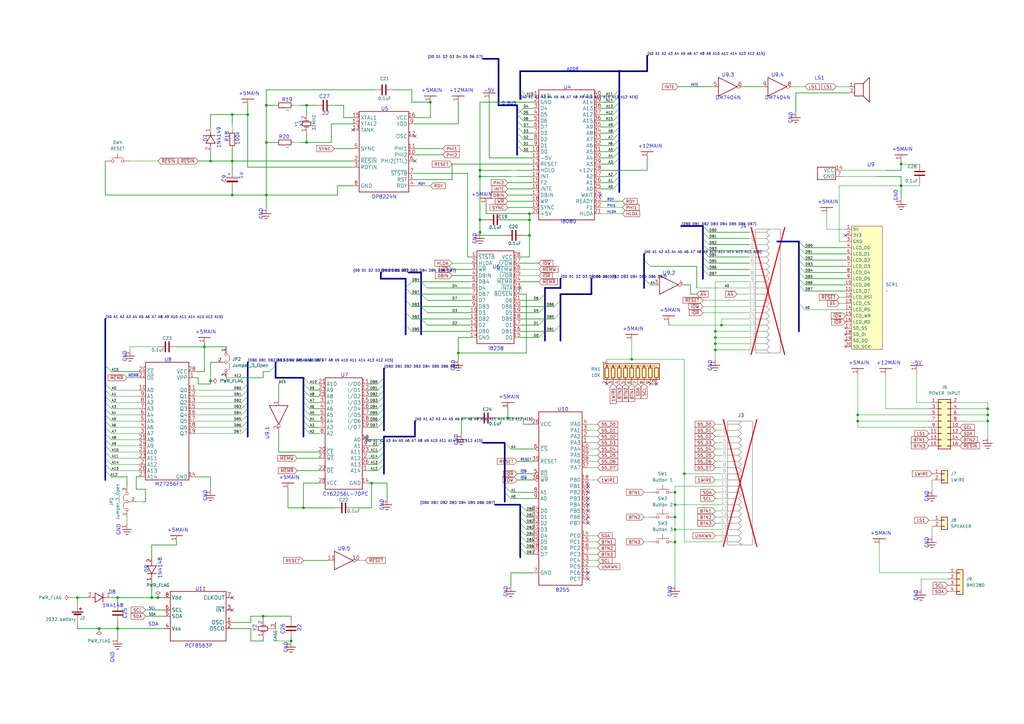
<source format=kicad_sch>
(kicad_sch (version 20250114) (generator "eeschema") (generator_version "9.0")
  (paper "A3")
  (text "GND" (at 195.58 100.33 90) (effects (font (size 1.48 1.48)) (justify left bottom)))
  (text "GND" (at 381 225.044 90) (effects (font (size 1.48 1.48)) (justify left bottom)))
  (text "22" (at 121.92 259.08 90) (effects (font (size 1.48 1.48)) (justify left top)))
  (text "-5V" (at 373.38 149.86 0) (effects (font (size 1.48 1.48)) (justify left bottom)))
  (text "U9.2" (at 271.78 113.03 0) (effects (font (size 1.48 1.48)) (justify left bottom)))
  (text "LS1" (at 334.01 33.02 0) (effects (font (size 1.48 1.48)) (justify left bottom)))
  (text "GND" (at 85.09 205.74 90) (effects (font (size 1.48 1.48)) (justify left bottom)))
  (text "U7" (at 139.7 154.94 0) (effects (font (size 1.48 1.48)) (justify left bottom)))
  (text "U6" (at 201.93 110.49 0) (effects (font (size 1.48 1.48)) (justify left bottom)))
  (text "U9.3" (at 295.91 31.75 0) (effects (font (size 1.48 1.48)) (justify left bottom)))
  (text "1N4148" (at 64.77 237.49 90) (effects (font (size 1.48 1.48)) (justify left top)))
  (text "R18" (at 93.98 58.42 90) (effects (font (size 1.48 1.48)) (justify left bottom)))
  (text "GND" (at 118.11 267.97 90) (effects (font (size 1.48 1.48)) (justify left bottom)))
  (text "+5MAIN" (at 335.28 83.82 0) (effects (font (size 1.48 1.48)) (justify left bottom)))
  (text "PCF8563 crystal capacitor pin fixup" (at 440.182 259.334 0) (effects (font (size 2.22 2.22)) (justify left)))
  (text "SDA" (at 60.706 255.27 0) (effects (font (size 1.48 1.48)) (justify left top)))
  (text "A12, A14 CPU pins fixup" (at 440.182 255.524 0) (effects (font (size 2.22 2.22)) (justify left)))
  (text "+5MAIN" (at 80.01 137.16 0) (effects (font (size 1.48 1.48)) (justify left bottom)))
  (text "1N4148" (at 41.91 247.65 0) (effects (font (size 1.48 1.48)) (justify left top)))
  (text "-5V" (at 198.12 38.1 0) (effects (font (size 1.48 1.48)) (justify left bottom)))
  (text "+5MAIN" (at 347.98 149.86 0) (effects (font (size 1.48 1.48)) (justify left bottom)))
  (text "D_BUS" (at 205.74 43.18 0) (effects (font (size 1.233 1.233)) (justify left bottom)))
  (text "U4" (at 231.14 36.83 0) (effects (font (size 1.48 1.48)) (justify left bottom)))
  (text "GND" (at 107.95 90.17 90) (effects (font (size 1.48 1.48)) (justify left bottom)))
  (text "GND" (at 186.69 152.4 90) (effects (font (size 1.48 1.48)) (justify left bottom)))
  (text "U9.1" (at 110.49 180.34 90) (effects (font (size 1.48 1.48)) (justify left bottom)))
  (text "22" (at 132.08 45.72 0) (effects (font (size 1.48 1.48)) (justify left top)))
  (text "+5MAIN" (at 204.47 163.83 0) (effects (font (size 1.48 1.48)) (justify left bottom)))
  (text "GND" (at 368.3 82.55 90) (effects (font (size 1.48 1.48)) (justify left bottom)))
  (text "~{IOR}" (at 213.36 194.31 0) (effects (font (size 0.987 0.987)) (justify left bottom)))
  (text "+5MAIN" (at 365.76 62.23 0) (effects (font (size 1.48 1.48)) (justify left bottom)))
  (text "+12MAIN" (at 184.15 38.1 0) (effects (font (size 1.48 1.48)) (justify left bottom)))
  (text "Add another VCC to J3" (at 440.182 275.844 0) (effects (font (size 2.22 2.22)) (justify left)))
  (text "RDY" (at 248.92 82.55 0) (effects (font (size 0.987 0.987)) (justify left bottom)))
  (text "+5MAIN" (at 270.51 128.27 0) (effects (font (size 1.48 1.48)) (justify left bottom)))
  (text "~{IOW}" (at 213.36 196.85 0) (effects (font (size 0.987 0.987)) (justify left bottom)))
  (text "+5MAIN" (at 97.79 39.37 0) (effects (font (size 1.48 1.48)) (justify left bottom)))
  (text "GND" (at 381 205.994 90) (effects (font (size 1.48 1.48)) (justify left bottom)))
  (text "U9.4" (at 316.23 31.75 0) (effects (font (size 1.48 1.48)) (justify left bottom)))
  (text "SDA" (at 60.96 252.73 0) (effects (font (size 0.987 0.987)) (justify left bottom)))
  (text "100k" (at 96.52 59.69 90) (effects (font (size 1.48 1.48)) (justify left top)))
  (text "GND" (at 157.48 209.55 90) (effects (font (size 1.48 1.48)) (justify left bottom)))
  (text "GND" (at 325.12 50.8 90) (effects (font (size 1.48 1.48)) (justify left bottom)))
  (text "RDY" (at 171.45 76.2 0) (effects (font (size 0.987 0.987)) (justify left bottom)))
  (text "DM7404N" (at 293.37 39.37 0) (effects (font (size 1.48 1.48)) (justify left top)))
  (text "+5MAIN" (at 356.87 219.71 0) (effects (font (size 1.48 1.48)) (justify left bottom)))
  (text "C27" (at 130.81 40.64 0) (effects (font (size 1.48 1.48)) (justify left bottom)))
  (text "U10" (at 228.6 168.91 0) (effects (font (size 1.48 1.48)) (justify left bottom)))
  (text "C25" (at 52.07 254 90) (effects (font (size 1.48 1.48)) (justify left bottom)))
  (text "C26" (at 116.84 260.35 90) (effects (font (size 1.48 1.48)) (justify left bottom)))
  (text "DM7404N" (at 313.69 39.37 0) (effects (font (size 1.48 1.48)) (justify left top)))
  (text "U8" (at 67.31 148.59 0) (effects (font (size 1.48 1.48)) (justify left bottom)))
  (text "Y1" (at 124.46 52.07 90) (effects (font (size 1.48 1.48)) (justify left bottom)))
  (text "CY62256L-70PC" (at 132.334 201.93 0) (effects (font (size 1.48 1.48)) (justify left top)))
  (text "D8" (at 44.45 243.84 0) (effects (font (size 1.48 1.48)) (justify left bottom)))
  (text "PHI1" (at 248.92 85.09 0) (effects (font (size 0.987 0.987)) (justify left bottom)))
  (text "v1.1 Errata" (at 440.182 250.444 0) (effects (font (size 2.22 2.22)) (justify left)))
  (text "GND" (at 46.99 272.034 90) (effects (font (size 1.48 1.48)) (justify left bottom)))
  (text "~{MEMR}" (at 52.578 154.94 0) (effects (font (size 0.987 0.987)) (justify left bottom)))
  (text "U5" (at 156.21 45.72 0) (effects (font (size 1.48 1.48)) (justify left bottom)))
  (text "U9.5" (at 138.43 226.06 0) (effects (font (size 1.48 1.48)) (justify left bottom)))
  (text "invert RESET signal for EXT bus" (at 440.182 266.954 0) (effects (font (size 2.22 2.22)) (justify left)))
  (text "GND" (at 208.28 245.11 90) (effects (font (size 1.48 1.48)) (justify left bottom)))
  (text "D9" (at 60.96 234.95 90) (effects (font (size 1.48 1.48)) (justify left bottom)))
  (text "R19" (at 115.57 41.91 0) (effects (font (size 1.48 1.48)) (justify left bottom)))
  (text "1u" (at 97.79 73.66 90) (effects (font (size 1.48 1.48)) (justify left top)))
  (text "PCF8563P" (at 75.692 264.16 0) (effects (font (size 1.48 1.48)) (justify left top)))
  (text "R20" (at 114.3 57.15 0) (effects (font (size 1.48 1.48)) (justify left bottom)))
  (text "INTE" (at 283.21 35.56 0) (effects (font (size 0.987 0.987)) (justify left bottom)))
  (text "RESET" (at 213.36 189.23 0) (effects (font (size 0.987 0.987)) (justify left bottom)))
  (text "+5MAIN" (at 172.72 38.1 0) (effects (font (size 1.48 1.48)) (justify left bottom)))
  (text "J3" (at 302.514 171.45 0) (effects (font (size 1.48 1.48)) (justify left bottom)))
  (text "+5MAIN" (at 114.3 196.85 0) (effects (font (size 1.48 1.48)) (justify left bottom)))
  (text "i8080" (at 229.87 90.17 0) (effects (font (size 1.48 1.48)) (justify left top)))
  (text "SCL" (at 60.96 250.19 0) (effects (font (size 0.987 0.987)) (justify left bottom)))
  (text "GND" (at 49.53 219.71 90) (effects (font (size 1.48 1.48)) (justify left bottom)))
  (text "+5MAIN" (at 193.294 80.772 0) (effects (font (size 1.48 1.48)) (justify left bottom)))
  (text "+12MAIN" (at 261.62 60.96 0) (effects (font (size 1.48 1.48)) (justify left bottom)))
  (text "U9" (at 355.6 68.58 0) (effects (font (size 1.48 1.48)) (justify left bottom)))
  (text "J4" (at 303.53 93.98 0) (effects (font (size 1.48 1.48)) (justify left bottom)))
  (text "HLDA" (at 248.92 87.63 0) (effects (font (size 0.987 0.987)) (justify left bottom)))
  (text "Add pullup R32 for 1wire" (at 440.182 270.764 0) (effects (font (size 2.22 2.22)) (justify left)))
  (text "GND" (at 52.07 148.59 90) (effects (font (size 1.48 1.48)) (justify left bottom)))
  (text "-" (at 116.84 59.69 0) (effects (font (size 1.48 1.48)) (justify left top)))
  (text "D7" (at 85.09 58.42 90) (effects (font (size 1.48 1.48)) (justify left bottom)))
  (text "i8224 C27 added for crystal >30MHz" (at 440.182 263.144 0) (effects (font (size 2.22 2.22)) (justify left)))
  (text "C9" (at 92.71 74.93 90) (effects (font (size 1.48 1.48)) (justify left bottom)))
  (text "M27256F1" (at 63.5 197.866 0) (effects (font (size 1.48 1.48)) (justify left top)))
  (text "-" (at 116.84 44.45 0) (effects (font (size 1.48 1.48)) (justify left top)))
  (text "ADDR" (at 232.41 29.21 0) (effects (font (size 1.233 1.233)) (justify left bottom)))
  (text "1N4149" (at 88.9 60.96 90) (effects (font (size 1.48 1.48)) (justify left top)))
  (text "U11" (at 80.01 242.57 0) (effects (font (size 1.48 1.48)) (justify left bottom)))
  (text "DP8224N" (at 152.4 80.01 0) (effects (font (size 1.48 1.48)) (justify left top)))
  (text "GND" (at 275.59 245.11 90) (effects (font (size 1.48 1.48)) (justify left bottom)))
  (text "GND" (at 376.518 246.634 90) (effects (font (size 1.48 1.48)) (justify left bottom)))
  (text "i8238" (at 200.152 142.24 0) (effects (font (size 1.48 1.48)) (justify left top)))
  (text "GND" (at 187.96 182.88 90) (effects (font (size 1.48 1.48)) (justify left bottom)))
  (text "8255" (at 227.838 241.3 0) (effects (font (size 1.48 1.48)) (justify left top)))
  (text "GND" (at 292.1 152.4 90) (effects (font (size 1.48 1.48)) (justify left bottom)))
  (text "+5MAIN" (at 255.27 135.89 0) (effects (font (size 1.48 1.48)) (justify left bottom)))
  (text "+5MAIN" (at 68.58 218.44 0) (effects (font (size 1.48 1.48)) (justify left bottom)))
  (text "Y2" (at 105.41 259.08 90) (effects (font (size 1.48 1.48)) (justify left bottom)))
  (text "+12MAIN" (at 359.41 149.86 0) (effects (font (size 1.48 1.48)) (justify left bottom)))
  (junction (at 119.38 262.89))
  (junction (at 405.13 170.18))
  (junction (at 276.86 222.25))
  (junction (at 196.85 72.39))
  (junction (at 254 29.21))
  (junction (at 187.96 144.78))
  (junction (at 196.85 69.85))
  (junction (at 86.36 66.04))
  (junction (at 64.77 245.11))
  (junction (at 369.57 76.2))
  (junction (at 109.22 43.18))
  (junction (at 295.91 133.35))
  (junction (at 259.08 147.32))
  (junction (at 369.57 67.31))
  (junction (at 95.25 66.04))
  (junction (at 217.17 96.52))
  (junction (at 101.6 46.99))
  (junction (at 276.86 201.93))
  (junction (at 40.64 257.81))
  (junction (at 95.25 46.99))
  (junction (at 48.26 257.81))
  (junction (at 208.28 171.45))
  (junction (at 405.13 167.64))
  (junction (at 196.85 90.17))
  (junction (at 276.86 217.17))
  (junction (at 152.4 198.12))
  (junction (at 124.46 208.28))
  (junction (at 293.37 138.43))
  (junction (at 217.17 87.63))
  (junction (at 293.37 143.51))
  (junction (at 86.36 156.21))
  (junction (at 351.79 172.72))
  (junction (at 95.25 80.01))
  (junction (at 351.79 170.18))
  (junction (at 276.86 212.09))
  (junction (at 280.67 194.31))
  (junction (at 125.73 43.18))
  (junction (at 217.17 90.17))
  (junction (at 48.26 245.11))
  (junction (at 276.86 207.01))
  (junction (at 293.37 135.89))
  (junction (at 31.75 245.11))
  (junction (at 109.22 80.01))
  (junction (at 405.13 172.72))
  (junction (at 125.73 58.42))
  (junction (at 176.53 41.91))
  (junction (at 196.85 95.25))
  (junction (at 107.95 252.73))
  (junction (at 109.22 58.42))
  (junction (at 83.82 142.24))
  (junction (at 293.37 140.97))
  (junction (at 62.23 245.11))
  (no_connect (at 241.3 234.95))
  (no_connect (at 241.3 237.49))
  (no_connect (at 346.71 96.52))
  (no_connect (at 241.3 212.09))
  (no_connect (at 144.78 53.34))
  (no_connect (at 241.3 201.93))
  (no_connect (at 213.36 118.11))
  (no_connect (at 241.3 207.01))
  (no_connect (at 95.25 250.19))
  (no_connect (at 266.7 157.48))
  (no_connect (at 246.38 80.01))
  (no_connect (at 170.18 55.88))
  (no_connect (at 241.3 204.47))
  (no_connect (at 241.3 199.39))
  (no_connect (at 248.92 157.48))
  (no_connect (at 269.24 157.48))
  (no_connect (at 241.3 209.55))
  (no_connect (at 170.18 66.04))
  (no_connect (at 241.3 214.63))
  (no_connect (at 95.25 245.11))
  (bus_entry (at 251.46 44.45) (size 2.54 -2.54))
  (bus_entry (at 45.72 195.58) (size -2.54 -2.54))
  (bus_entry (at 330.2 104.14) (size -2.54 -2.54))
  (bus_entry (at 45.72 162.56) (size -2.54 -2.54))
  (bus_entry (at 154.94 162.56) (size 2.54 -2.54))
  (bus_entry (at 215.9 214.63) (size -2.54 -2.54))
  (bus_entry (at 99.06 167.64) (size 2.54 -2.54))
  (bus_entry (at 168.91 125.73) (size -2.54 -2.54))
  (bus_entry (at 215.9 212.09) (size -2.54 -2.54))
  (bus_entry (at 45.72 152.4) (size -2.54 -2.54))
  (bus_entry (at 168.91 135.89) (size -2.54 -2.54))
  (bus_entry (at 251.46 59.69) (size 2.54 -2.54))
  (bus_entry (at 45.72 165.1) (size -2.54 -2.54))
  (bus_entry (at 330.2 116.84) (size -2.54 -2.54))
  (bus_entry (at 209.55 204.47) (size -2.54 -2.54))
  (bus_entry (at 154.94 185.42) (size 2.54 -2.54))
  (bus_entry (at 290.83 97.79) (size -2.54 -2.54))
  (bus_entry (at 45.72 185.42) (size -2.54 -2.54))
  (bus_entry (at 251.46 62.23) (size 2.54 -2.54))
  (bus_entry (at 215.9 219.71) (size -2.54 -2.54))
  (bus_entry (at 168.91 130.81) (size -2.54 -2.54))
  (bus_entry (at 215.9 209.55) (size -2.54 -2.54))
  (bus_entry (at 99.06 175.26) (size 2.54 -2.54))
  (bus_entry (at 154.94 172.72) (size 2.54 -2.54))
  (bus_entry (at 290.83 102.87) (size -2.54 -2.54))
  (bus_entry (at 127 162.56) (size -2.54 -2.54))
  (bus_entry (at 127 175.26) (size -2.54 -2.54))
  (bus_entry (at 99.06 177.8) (size 2.54 -2.54))
  (bus_entry (at 215.9 217.17) (size -2.54 -2.54))
  (bus_entry (at 214.63 62.23) (size -2.54 -2.54))
  (bus_entry (at 154.94 190.5) (size 2.54 -2.54))
  (bus_entry (at 214.63 44.45) (size -2.54 2.54))
  (bus_entry (at 214.63 59.69) (size -2.54 -2.54))
  (bus_entry (at 127 177.8) (size -2.54 -2.54))
  (bus_entry (at 251.46 49.53) (size 2.54 -2.54))
  (bus_entry (at 215.9 39.37) (size -2.54 -2.54))
  (bus_entry (at 251.46 64.77) (size 2.54 -2.54))
  (bus_entry (at 215.9 224.79) (size -2.54 -2.54))
  (bus_entry (at 215.9 222.25) (size -2.54 -2.54))
  (bus_entry (at 99.06 172.72) (size 2.54 -2.54))
  (bus_entry (at 220.98 123.19) (size 2.54 -2.54))
  (bus_entry (at 99.06 170.18) (size 2.54 -2.54))
  (bus_entry (at 214.63 54.61) (size -2.54 -2.54))
  (bus_entry (at 154.94 167.64) (size 2.54 -2.54))
  (bus_entry (at 110.49 152.4) (size 2.54 -2.54))
  (bus_entry (at 168.91 115.57) (size -2.54 2.54))
  (bus_entry (at 45.72 190.5) (size -2.54 -2.54))
  (bus_entry (at 290.83 107.95) (size -2.54 -2.54))
  (bus_entry (at 154.94 175.26) (size 2.54 -2.54))
  (bus_entry (at 154.94 157.48) (size 2.54 -2.54))
  (bus_entry (at 45.72 193.04) (size -2.54 -2.54))
  (bus_entry (at 214.63 46.99) (size -2.54 -2.54))
  (bus_entry (at 209.55 201.93) (size -2.54 -2.54))
  (bus_entry (at 45.72 167.64) (size -2.54 -2.54))
  (bus_entry (at 209.55 184.15) (size -2.54 -2.54))
  (bus_entry (at 175.26 128.27) (size -2.54 -2.54))
  (bus_entry (at 266.7 116.84) (size -2.54 -2.54))
  (bus_entry (at 227.33 135.89) (size 2.54 -2.54))
  (bus_entry (at 251.46 67.31) (size 2.54 -2.54))
  (bus_entry (at 251.46 77.47) (size 2.54 -2.54))
  (bus_entry (at 45.72 182.88) (size -2.54 -2.54))
  (bus_entry (at 99.06 162.56) (size 2.54 -2.54))
  (bus_entry (at 215.9 227.33) (size -2.54 -2.54))
  (bus_entry (at 330.2 119.38) (size -2.54 -2.54))
  (bus_entry (at 45.72 160.02) (size -2.54 -2.54))
  (bus_entry (at 45.72 187.96) (size -2.54 -2.54))
  (bus_entry (at 290.83 110.49) (size -2.54 -2.54))
  (bus_entry (at 99.06 160.02) (size 2.54 -2.54))
  (bus_entry (at 251.46 57.15) (size 2.54 -2.54))
  (bus_entry (at 220.98 128.27) (size 2.54 -2.54))
  (bus_entry (at 290.83 95.25) (size -2.54 -2.54))
  (bus_entry (at 251.46 72.39) (size 2.54 -2.54))
  (bus_entry (at 127 165.1) (size -2.54 -2.54))
  (bus_entry (at 45.72 180.34) (size -2.54 -2.54))
  (bus_entry (at 127 172.72) (size -2.54 -2.54))
  (bus_entry (at 127 167.64) (size -2.54 -2.54))
  (bus_entry (at 227.33 125.73) (size 2.54 -2.54))
  (bus_entry (at 127 170.18) (size -2.54 -2.54))
  (bus_entry (at 154.94 160.02) (size 2.54 -2.54))
  (bus_entry (at 227.33 130.81) (size 2.54 -2.54))
  (bus_entry (at 251.46 54.61) (size 2.54 -2.54))
  (bus_entry (at 290.83 113.03) (size -2.54 -2.54))
  (bus_entry (at 99.06 165.1) (size 2.54 -2.54))
  (bus_entry (at 168.91 120.65) (size -2.54 -2.54))
  (bus_entry (at 45.72 172.72) (size -2.54 -2.54))
  (bus_entry (at 327.66 124.46) (size 2.54 2.54))
  (bus_entry (at 175.26 118.11) (size -2.54 -2.54))
  (bus_entry (at 251.46 41.91) (size 2.54 -2.54))
  (bus_entry (at 114.3 157.48) (size 2.54 -2.54))
  (bus_entry (at 266.7 109.22) (size -2.54 -2.54))
  (bus_entry (at 45.72 177.8) (size -2.54 -2.54))
  (bus_entry (at 330.2 106.68) (size -2.54 -2.54))
  (bus_entry (at 251.46 39.37) (size 2.54 -2.54))
  (bus_entry (at 127 160.02) (size -2.54 -2.54))
  (bus_entry (at 330.2 101.6) (size -2.54 -2.54))
  (bus_entry (at 154.94 187.96) (size 2.54 -2.54))
  (bus_entry (at 45.72 170.18) (size -2.54 -2.54))
  (bus_entry (at 214.63 57.15) (size -2.54 -2.54))
  (bus_entry (at 154.94 165.1) (size 2.54 -2.54))
  (bus_entry (at 154.94 193.04) (size 2.54 -2.54))
  (bus_entry (at 220.98 138.43) (size 2.54 -2.54))
  (bus_entry (at 251.46 46.99) (size 2.54 -2.54))
  (bus_entry (at 290.83 100.33) (size -2.54 -2.54))
  (bus_entry (at 290.83 105.41) (size -2.54 -2.54))
  (bus_entry (at 214.63 52.07) (size -2.54 -2.54))
  (bus_entry (at 45.72 175.26) (size -2.54 -2.54))
  (bus_entry (at 251.46 52.07) (size 2.54 -2.54))
  (bus_entry (at 330.2 109.22) (size -2.54 -2.54))
  (bus_entry (at 214.63 49.53) (size -2.54 -2.54))
  (bus_entry (at 175.26 133.35) (size -2.54 -2.54))
  (bus_entry (at 175.26 123.19) (size -2.54 -2.54))
  (bus_entry (at 127 157.48) (size -2.54 -2.54))
  (bus_entry (at 330.2 114.3) (size -2.54 -2.54))
  (bus_entry (at 330.2 111.76) (size -2.54 -2.54))
  (bus_entry (at 220.98 133.35) (size 2.54 -2.54))
  (bus_entry (at 154.94 182.88) (size 2.54 -2.54))
  (bus_entry (at 154.94 170.18) (size 2.54 -2.54))
  (bus_entry (at 251.46 74.93) (size 2.54 -2.54))
  (wire (pts (xy 293.37 214.63) (xy 295.91 214.63)))
  (bus (pts (xy 43.18 167.64) (xy 43.18 170.18)) (stroke (width 0.667)))
  (wire (pts (xy 172.72 130.81) (xy 193.04 130.81)) (stroke (width 0.25)))
  (wire (pts (xy 102.87 257.81) (xy 102.87 262.89)) (stroke (width 0.25)))
  (wire (pts (xy 185.42 107.95) (xy 193.04 107.95)))
  (wire (pts (xy 95.25 60.96) (xy 95.25 66.04)) (stroke (width 0.25)))
  (wire (pts (xy 246.38 69.85) (xy 254 69.85)) (stroke (width 0.25)))
  (bus (pts (xy 157.48 165.1) (xy 157.48 167.64)) (stroke (width 0.667)))
  (bus (pts (xy 101.6 170.18) (xy 101.6 172.72)) (stroke (width 0.667)))
  (bus (pts (xy 213.36 36.83) (xy 213.36 29.21)) (stroke (width 0.667)))
  (wire (pts (xy 307.34 105.41) (xy 290.83 105.41)) (stroke (width 0.25)))
  (bus (pts (xy 213.36 207.01) (xy 213.36 209.55)) (stroke (width 0.667)))
  (bus (pts (xy 288.29 102.87) (xy 288.29 105.41)) (stroke (width 0.667)))
  (wire (pts (xy 86.36 52.07) (xy 86.36 46.99)) (stroke (width 0.25)))
  (wire (pts (xy 109.22 80.01) (xy 109.22 85.09)) (stroke (width 0.25)))
  (wire (pts (xy 55.88 195.58) (xy 55.88 200.66)) (stroke (width 0.25)))
  (bus (pts (xy 156.21 111.76) (xy 156.21 114.3)) (stroke (width 0.667)))
  (wire (pts (xy 246.38 67.31) (xy 251.46 67.31)) (stroke (width 0.25)))
  (wire (pts (xy 55.88 195.58) (xy 57.15 195.58)) (stroke (width 0.25)))
  (wire (pts (xy 191.77 71.12) (xy 191.77 105.41)) (stroke (width 0.25)))
  (wire (pts (xy 123.19 58.42) (xy 125.73 58.42)) (stroke (width 0.25)))
  (wire (pts (xy 213.36 125.73) (xy 223.52 125.73)) (stroke (width 0.25)))
  (wire (pts (xy 405.13 172.72) (xy 405.13 179.324)))
  (wire (pts (xy 293.37 201.93) (xy 295.91 201.93)))
  (wire (pts (xy 172.72 125.73) (xy 193.04 125.73)) (stroke (width 0.25)))
  (bus (pts (xy 157.48 170.18) (xy 157.48 172.72)) (stroke (width 0.667)))
  (wire (pts (xy 62.23 223.52) (xy 62.23 228.6)) (stroke (width 0.25)))
  (bus (pts (xy 212.09 54.61) (xy 212.09 57.15)) (stroke (width 0.667)))
  (wire (pts (xy 130.81 193.04) (xy 121.92 193.04)) (stroke (width 0.25)))
  (wire (pts (xy 81.28 154.94) (xy 80.01 154.94)) (stroke (width 0.25)))
  (bus (pts (xy 288.29 105.41) (xy 288.29 107.95)) (stroke (width 0.667)))
  (wire (pts (xy 283.21 120.65) (xy 283.21 116.84)) (stroke (width 0.25)))
  (wire (pts (xy 80.01 170.18) (xy 99.06 170.18)))
  (wire (pts (xy 213.36 123.19) (xy 220.98 123.19)) (stroke (width 0.25)))
  (wire (pts (xy 57.15 162.56) (xy 45.72 162.56)))
  (wire (pts (xy 293.37 209.55) (xy 295.91 209.55)))
  (wire (pts (xy 130.81 165.1) (xy 127 165.1)) (stroke (width 0.25)))
  (wire (pts (xy 218.44 44.45) (xy 214.63 44.45)) (stroke (width 0.25)))
  (wire (pts (xy 196.85 69.85) (xy 196.85 72.39)) (stroke (width 0.25)))
  (bus (pts (xy 43.18 172.72) (xy 43.18 175.26)) (stroke (width 0.667)))
  (bus (pts (xy 101.6 157.48) (xy 101.6 160.02)) (stroke (width 0.667)))
  (wire (pts (xy 72.39 142.24) (xy 83.82 142.24)) (stroke (width 0.25)))
  (wire (pts (xy 245.11 232.41) (xy 241.3 232.41)))
  (wire (pts (xy 218.44 46.99) (xy 214.63 46.99)) (stroke (width 0.25)))
  (bus (pts (xy 101.6 160.02) (xy 101.6 162.56)) (stroke (width 0.667)))
  (wire (pts (xy 102.87 262.89) (xy 107.95 262.89)) (stroke (width 0.25)))
  (wire (pts (xy 293.37 179.07) (xy 295.91 179.07)))
  (bus (pts (xy 157.48 172.72) (xy 157.48 176.53)) (stroke (width 0.667)))
  (wire (pts (xy 130.81 170.18) (xy 127 170.18)) (stroke (width 0.25)))
  (wire (pts (xy 217.17 96.52) (xy 217.17 90.17)) (stroke (width 0.25)))
  (wire (pts (xy 114.3 163.83) (xy 114.3 157.48)) (stroke (width 0.25)))
  (wire (pts (xy 245.11 189.23) (xy 241.3 189.23)))
  (wire (pts (xy 95.25 66.04) (xy 95.25 69.85)) (stroke (width 0.25)))
  (wire (pts (xy 119.38 252.73) (xy 119.38 254)) (stroke (width 0.25)))
  (wire (pts (xy 213.36 105.41) (xy 217.17 105.41)) (stroke (width 0.25)))
  (bus (pts (xy 327.66 124.46) (xy 327.66 135.89)) (stroke (width 0.667)))
  (bus (pts (xy 327.66 106.68) (xy 327.66 109.22)) (stroke (width 0.667)))
  (bus (pts (xy 212.09 52.07) (xy 212.09 54.61)) (stroke (width 0.667)))
  (wire (pts (xy 293.37 135.89) (xy 293.37 138.43)))
  (wire (pts (xy 170.18 60.96) (xy 181.61 60.96)) (stroke (width 0.25)))
  (wire (pts (xy 151.13 193.04) (xy 154.94 193.04)) (stroke (width 0.25)))
  (wire (pts (xy 215.9 144.78) (xy 187.96 144.78)) (stroke (width 0.25)))
  (wire (pts (xy 107.95 154.94) (xy 107.95 152.4)) (stroke (width 0.25)))
  (wire (pts (xy 72.39 223.52) (xy 62.23 223.52)) (stroke (width 0.25)))
  (bus (pts (xy 43.18 162.56) (xy 43.18 165.1)) (stroke (width 0.667)))
  (wire (pts (xy 31.75 245.11) (xy 31.75 247.65)) (stroke (width 0.25)))
  (wire (pts (xy 369.57 69.85) (xy 369.57 67.31)) (stroke (width 0.25)))
  (wire (pts (xy 246.38 82.55) (xy 255.27 82.55)) (stroke (width 0.25)))
  (wire (pts (xy 246.38 57.15) (xy 251.46 57.15)) (stroke (width 0.25)))
  (bus (pts (xy 43.18 130.81) (xy 43.18 149.86)) (stroke (width 0.667)))
  (wire (pts (xy 215.9 120.65) (xy 215.9 144.78)) (stroke (width 0.25)))
  (wire (pts (xy 293.37 181.61) (xy 295.91 181.61)))
  (bus (pts (xy 157.48 167.64) (xy 157.48 170.18)) (stroke (width 0.667)))
  (wire (pts (xy 99.06 154.94) (xy 107.95 154.94)) (stroke (width 0.25)))
  (bus (pts (xy 43.18 170.18) (xy 43.18 172.72)) (stroke (width 0.667)))
  (wire (pts (xy 285.75 118.11) (xy 285.75 109.22)) (stroke (width 0.25)))
  (wire (pts (xy 264.16 212.09) (xy 266.7 212.09)))
  (wire (pts (xy 246.38 62.23) (xy 251.46 62.23)) (stroke (width 0.25)))
  (wire (pts (xy 218.44 204.47) (xy 209.55 204.47)) (stroke (width 0.25)))
  (wire (pts (xy 196.85 69.85) (xy 209.55 69.85)) (stroke (width 0.25)))
  (wire (pts (xy 218.44 209.55) (xy 215.9 209.55)) (stroke (width 0.25)))
  (wire (pts (xy 81.28 157.48) (xy 86.36 157.48)) (stroke (width 0.25)))
  (wire (pts (xy 218.44 189.23) (xy 212.09 189.23)) (stroke (width 0.25)))
  (polyline (pts (xy 438.912 252.984) (xy 438.912 249.174)) (stroke (width 0.333) (type solid)))
  (wire (pts (xy 254 69.85) (xy 265.43 69.85)) (stroke (width 0.25)))
  (wire (pts (xy 57.15 152.4) (xy 45.72 152.4)) (stroke (width 0.25)))
  (wire (pts (xy 151.13 175.26) (xy 154.94 175.26)) (stroke (width 0.25)))
  (wire (pts (xy 158.75 198.12) (xy 158.75 204.47)) (stroke (width 0.25)))
  (wire (pts (xy 130.81 187.96) (xy 121.92 187.96)) (stroke (width 0.25)))
  (wire (pts (xy 80.01 177.8) (xy 99.06 177.8)))
  (wire (pts (xy 193.04 128.27) (xy 175.26 128.27)) (stroke (width 0.25)))
  (wire (pts (xy 218.44 74.93) (xy 208.28 74.93)) (stroke (width 0.25)))
  (wire (pts (xy 130.81 162.56) (xy 127 162.56)) (stroke (width 0.25)))
  (wire (pts (xy 95.25 50.8) (xy 95.25 53.34)))
  (wire (pts (xy 265.43 69.85) (xy 265.43 64.77)) (stroke (width 0.25)))
  (wire (pts (xy 55.88 200.66) (xy 59.69 200.66)) (stroke (width 0.25)))
  (wire (pts (xy 29.21 245.11) (xy 31.75 245.11)))
  (wire (pts (xy 170.18 50.8) (xy 187.96 50.8)) (stroke (width 0.25)))
  (wire (pts (xy 199.39 87.63) (xy 199.39 83.82)) (stroke (width 0.25)))
  (polyline (pts (xy 438.912 273.304) (xy 438.912 269.494)) (stroke (width 0.333) (type solid)))
  (wire (pts (xy 377.19 74.93) (xy 377.19 76.2)))
  (wire (pts (xy 274.32 133.35) (xy 274.32 132.08)) (stroke (width 0.25)))
  (wire (pts (xy 109.22 36.83) (xy 109.22 43.18)) (stroke (width 0.25)))
  (wire (pts (xy 213.36 110.49) (xy 220.98 110.49)))
  (wire (pts (xy 393.7 170.18) (xy 405.13 170.18)))
  (wire (pts (xy 293.37 219.71) (xy 295.91 219.71)))
  (wire (pts (xy 218.44 196.85) (xy 212.09 196.85)) (stroke (width 0.25)))
  (polyline (pts (xy 438.912 260.604) (xy 438.912 256.794)) (stroke (width 0.333) (type solid)))
  (wire (pts (xy 120.65 43.18) (xy 123.19 43.18)))
  (wire (pts (xy 196.85 90.17) (xy 196.85 95.25)) (stroke (width 0.25)))
  (wire (pts (xy 80.01 152.4) (xy 83.82 152.4)) (stroke (width 0.25)))
  (wire (pts (xy 307.34 133.35) (xy 295.91 133.35)))
  (wire (pts (xy 218.44 212.09) (xy 215.9 212.09)) (stroke (width 0.25)))
  (wire (pts (xy 130.81 185.42) (xy 114.3 185.42)) (stroke (width 0.25)))
  (wire (pts (xy 307.34 115.57) (xy 293.37 115.57)))
  (bus (pts (xy 166.37 128.27) (xy 166.37 133.35)) (stroke (width 0.667)))
  (wire (pts (xy 95.25 46.99) (xy 101.6 46.99)) (stroke (width 0.25)))
  (wire (pts (xy 290.83 97.79) (xy 307.34 97.79)) (stroke (width 0.25)))
  (wire (pts (xy 246.38 59.69) (xy 251.46 59.69)) (stroke (width 0.25)))
  (bus (pts (xy 43.18 193.04) (xy 43.18 196.85)) (stroke (width 0.667)))
  (wire (pts (xy 295.91 199.39) (xy 276.86 199.39)))
  (wire (pts (xy 86.36 156.21) (xy 86.36 148.59)) (stroke (width 0.25)))
  (wire (pts (xy 213.36 107.95) (xy 220.98 107.95)) (stroke (width 0.25)))
  (bus (pts (xy 113.03 154.94) (xy 116.84 154.94)) (stroke (width 0.667)))
  (wire (pts (xy 195.58 171.45) (xy 189.23 171.45)) (stroke (width 0.25)))
  (wire (pts (xy 346.71 114.3) (xy 330.2 114.3)) (stroke (width 0.25)))
  (bus (pts (xy 172.72 130.81) (xy 172.72 137.16)) (stroke (width 0.667)))
  (bus (pts (xy 318.77 99.06) (xy 327.66 99.06)) (stroke (width 0.667)))
  (wire (pts (xy 57.15 177.8) (xy 45.72 177.8)))
  (wire (pts (xy 259.08 147.32) (xy 280.67 147.32)))
  (wire (pts (xy 381 167.64) (xy 363.22 167.64)))
  (wire (pts (xy 304.8 35.56) (xy 312.42 35.56)) (stroke (width 0.25)))
  (wire (pts (xy 172.72 125.73) (xy 168.91 125.73)) (stroke (width 0.25)))
  (polyline (pts (xy 438.912 265.684) (xy 438.912 260.604)) (stroke (width 0.333) (type solid)))
  (wire (pts (xy 55.88 205.74) (xy 58.42 205.74)))
  (bus (pts (xy 166.37 118.11) (xy 166.37 123.19)) (stroke (width 0.667)))
  (bus (pts (xy 43.18 157.48) (xy 43.18 160.02)) (stroke (width 0.667)))
  (wire (pts (xy 330.2 35.56) (xy 325.12 35.56)))
  (wire (pts (xy 351.79 175.26) (xy 351.79 172.72)))
  (wire (pts (xy 119.38 262.89) (xy 119.38 261.62)) (stroke (width 0.25)))
  (wire (pts (xy 170.18 48.26) (xy 176.53 48.26)) (stroke (width 0.25)))
  (wire (pts (xy 113.03 262.89) (xy 119.38 262.89)))
  (wire (pts (xy 276.86 212.09) (xy 276.86 217.17)))
  (bus (pts (xy 212.09 49.53) (xy 212.09 52.07)) (stroke (width 0.667)))
  (wire (pts (xy 67.31 250.19) (xy 59.69 250.19)) (stroke (width 0.25)))
  (bus (pts (xy 43.18 185.42) (xy 43.18 187.96)) (stroke (width 0.667)))
  (wire (pts (xy 144.78 66.04) (xy 95.25 66.04)) (stroke (width 0.25)))
  (wire (pts (xy 217.17 87.63) (xy 199.39 87.63)) (stroke (width 0.25)))
  (wire (pts (xy 48.26 245.11) (xy 62.23 245.11)) (stroke (width 0.25)))
  (wire (pts (xy 218.44 222.25) (xy 215.9 222.25)) (stroke (width 0.25)))
  (wire (pts (xy 278.13 35.56) (xy 292.1 35.56)) (stroke (width 0.25)))
  (wire (pts (xy 218.44 77.47) (xy 208.28 77.47)) (stroke (width 0.25)))
  (wire (pts (xy 187.96 144.78) (xy 187.96 147.32)) (stroke (width 0.25)))
  (wire (pts (xy 393.7 172.72) (xy 405.13 172.72)))
  (wire (pts (xy 48.26 257.81) (xy 40.64 257.81)) (stroke (width 0.25)))
  (wire (pts (xy 246.38 74.93) (xy 251.46 74.93)) (stroke (width 0.25)))
  (wire (pts (xy 307.34 135.89) (xy 293.37 135.89)))
  (wire (pts (xy 144.78 76.2) (xy 138.43 76.2)) (stroke (width 0.25)))
  (wire (pts (xy 213.36 130.81) (xy 223.52 130.81)) (stroke (width 0.25)))
  (wire (pts (xy 80.01 175.26) (xy 99.06 175.26)))
  (wire (pts (xy 346.71 99.06) (xy 344.17 99.06)))
  (wire (pts (xy 53.34 142.24) (xy 53.34 143.51)))
  (wire (pts (xy 151.13 172.72) (xy 154.94 172.72)) (stroke (width 0.25)))
  (bus (pts (xy 43.18 180.34) (xy 43.18 182.88)) (stroke (width 0.667)))
  (wire (pts (xy 95.25 255.27) (xy 102.87 255.27)) (stroke (width 0.25)))
  (wire (pts (xy 307.34 107.95) (xy 290.83 107.95)) (stroke (width 0.25)))
  (wire (pts (xy 369.57 67.31) (xy 377.19 67.31)))
  (wire (pts (xy 369.57 67.31) (xy 369.57 66.04)) (stroke (width 0.25)))
  (bus (pts (xy 229.87 120.65) (xy 229.87 123.19)) (stroke (width 0.667)))
  (polyline (pts (xy 438.912 256.794) (xy 438.912 252.984)) (stroke (width 0.333) (type solid)))
  (wire (pts (xy 218.44 87.63) (xy 217.17 87.63)) (stroke (width 0.25)))
  (bus (pts (xy 124.46 154.94) (xy 124.46 157.48)) (stroke (width 0.667)))
  (wire (pts (xy 113.03 255.27) (xy 113.03 262.89)))
  (bus (pts (xy 166.37 133.35) (xy 166.37 137.16)) (stroke (width 0.667)))
  (bus (pts (xy 254 74.93) (xy 254 78.74)) (stroke (width 0.667)))
  (wire (pts (xy 339.09 93.98) (xy 346.71 93.98)))
  (wire (pts (xy 151.13 160.02) (xy 154.94 160.02)) (stroke (width 0.25)))
  (wire (pts (xy 151.13 157.48) (xy 154.94 157.48)) (stroke (width 0.25)))
  (wire (pts (xy 140.97 43.18) (xy 140.97 48.26)) (stroke (width 0.25)))
  (wire (pts (xy 213.36 120.65) (xy 215.9 120.65)) (stroke (width 0.25)))
  (wire (pts (xy 57.15 193.04) (xy 45.72 193.04)))
  (bus (pts (xy 213.36 224.79) (xy 213.36 228.6)) (stroke (width 0.667)))
  (wire (pts (xy 381 170.18) (xy 351.79 170.18)))
  (wire (pts (xy 193.04 118.11) (xy 175.26 118.11)) (stroke (width 0.25)))
  (wire (pts (xy 67.31 245.11) (xy 64.77 245.11)) (stroke (width 0.25)))
  (wire (pts (xy 57.15 175.26) (xy 45.72 175.26)))
  (wire (pts (xy 218.44 227.33) (xy 215.9 227.33)) (stroke (width 0.25)))
  (bus (pts (xy 198.12 24.13) (xy 204.47 24.13)) (stroke (width 0.667)))
  (wire (pts (xy 377.19 76.2) (xy 369.57 76.2)))
  (bus (pts (xy 223.52 125.73) (xy 223.52 130.81)) (stroke (width 0.667)))
  (wire (pts (xy 245.11 229.87) (xy 241.3 229.87)))
  (wire (pts (xy 369.57 72.39) (xy 369.57 76.2)) (stroke (width 0.25)))
  (bus (pts (xy 43.18 177.8) (xy 43.18 180.34)) (stroke (width 0.667)))
  (polyline (pts (xy 438.912 269.494) (xy 438.912 265.684)) (stroke (width 0.333) (type solid)))
  (wire (pts (xy 280.67 222.25) (xy 280.67 194.31)))
  (bus (pts (xy 156.21 114.3) (xy 166.37 114.3)) (stroke (width 0.667)))
  (wire (pts (xy 246.38 46.99) (xy 251.46 46.99)) (stroke (width 0.25)))
  (wire (pts (xy 135.89 58.42) (xy 125.73 58.42)) (stroke (width 0.25)))
  (wire (pts (xy 209.55 72.39) (xy 212.09 72.39)))
  (wire (pts (xy 246.38 54.61) (xy 251.46 54.61)) (stroke (width 0.25)))
  (wire (pts (xy 214.63 96.52) (xy 217.17 96.52)) (stroke (width 0.25)))
  (bus (pts (xy 229.87 118.11) (xy 223.52 118.11)) (stroke (width 0.667)))
  (wire (pts (xy 57.15 185.42) (xy 45.72 185.42)))
  (bus (pts (xy 213.36 214.63) (xy 213.36 217.17)) (stroke (width 0.667)))
  (bus (pts (xy 327.66 109.22) (xy 327.66 111.76)) (stroke (width 0.667)))
  (wire (pts (xy 218.44 214.63) (xy 215.9 214.63)) (stroke (width 0.25)))
  (wire (pts (xy 293.37 191.77) (xy 295.91 191.77)))
  (wire (pts (xy 107.95 252.73) (xy 119.38 252.73)) (stroke (width 0.25)))
  (wire (pts (xy 101.6 46.99) (xy 101.6 43.18)) (stroke (width 0.25)))
  (wire (pts (xy 246.38 44.45) (xy 251.46 44.45)) (stroke (width 0.25)))
  (bus (pts (xy 113.03 149.86) (xy 113.03 154.94)) (stroke (width 0.667)))
  (wire (pts (xy 53.34 142.24) (xy 64.77 142.24)))
  (wire (pts (xy 168.91 36.83) (xy 168.91 41.91)) (stroke (width 0.25)))
  (wire (pts (xy 137.16 43.18) (xy 140.97 43.18)) (stroke (width 0.25)))
  (wire (pts (xy 40.64 257.81) (xy 31.75 257.81)) (stroke (width 0.25)))
  (bus (pts (xy 172.72 120.65) (xy 172.72 125.73)) (stroke (width 0.667)))
  (wire (pts (xy 48.26 257.81) (xy 67.31 257.81)) (stroke (width 0.25)))
  (wire (pts (xy 45.72 195.58) (xy 52.07 195.58)) (stroke (width 0.25)))
  (wire (pts (xy 377.788 237.49) (xy 388.62 237.49)))
  (wire (pts (xy 293.37 189.23) (xy 295.91 189.23)))
  (wire (pts (xy 218.44 219.71) (xy 215.9 219.71)) (stroke (width 0.25)))
  (wire (pts (xy 245.11 173.99) (xy 241.3 173.99)))
  (wire (pts (xy 196.85 72.39) (xy 209.55 72.39)) (stroke (width 0.25)))
  (wire (pts (xy 375.92 165.1) (xy 375.92 152.4)))
  (wire (pts (xy 264.16 222.25) (xy 266.7 222.25)))
  (wire (pts (xy 218.44 72.39) (xy 212.09 72.39)) (stroke (width 0.25)))
  (wire (pts (xy 346.71 106.68) (xy 330.2 106.68)) (stroke (width 0.25)))
  (wire (pts (xy 31.75 257.81) (xy 31.75 255.27)) (stroke (width 0.25)))
  (wire (pts (xy 346.71 109.22) (xy 330.2 109.22)) (stroke (width 0.25)))
  (wire (pts (xy 285.75 118.11) (xy 307.34 118.11)))
  (bus (pts (xy 124.46 157.48) (xy 124.46 160.02)) (stroke (width 0.667)))
  (bus (pts (xy 43.18 149.86) (xy 43.18 157.48)) (stroke (width 0.667)))
  (wire (pts (xy 112.903 255.27) (xy 113.03 255.27)))
  (wire (pts (xy 95.25 80.01) (xy 109.22 80.01)) (stroke (width 0.25)))
  (wire (pts (xy 95.25 46.99) (xy 95.25 50.8)) (stroke (width 0.25)))
  (wire (pts (xy 214.63 173.99) (xy 214.63 171.45)) (stroke (width 0.25)))
  (wire (pts (xy 170.18 73.66) (xy 185.42 73.66)) (stroke (width 0.25)))
  (bus (pts (xy 124.46 167.64) (xy 124.46 170.18)) (stroke (width 0.667)))
  (wire (pts (xy 125.73 58.42) (xy 125.73 54.61)) (stroke (width 0.25)))
  (bus (pts (xy 327.66 101.6) (xy 327.66 104.14)) (stroke (width 0.667)))
  (bus (pts (xy 43.18 175.26) (xy 43.18 177.8)) (stroke (width 0.667)))
  (wire (pts (xy 31.75 245.11) (xy 35.56 245.11)) (stroke (width 0.25)))
  (bus (pts (xy 43.18 160.02) (xy 43.18 162.56)) (stroke (width 0.667)))
  (wire (pts (xy 359.41 72.39) (xy 369.57 72.39)) (stroke (width 0.25)))
  (wire (pts (xy 86.36 66.04) (xy 95.25 66.04)) (stroke (width 0.25)))
  (bus (pts (xy 212.09 59.69) (xy 212.09 63.5)) (stroke (width 0.667)))
  (wire (pts (xy 381 175.26) (xy 351.79 175.26)))
  (wire (pts (xy 102.87 255.27) (xy 102.87 252.73)) (stroke (width 0.25)))
  (bus (pts (xy 254 72.39) (xy 254 74.93)) (stroke (width 0.667)))
  (bus (pts (xy 167.64 111.76) (xy 172.72 111.76)) (stroke (width 0.667)))
  (wire (pts (xy 246.38 72.39) (xy 251.46 72.39)) (stroke (width 0.25)))
  (wire (pts (xy 393.7 167.64) (xy 405.13 167.64)))
  (wire (pts (xy 213.36 138.43) (xy 220.98 138.43)) (stroke (width 0.25)))
  (wire (pts (xy 152.4 198.12) (xy 158.75 198.12)) (stroke (width 0.25)))
  (bus (pts (xy 43.18 182.88) (xy 43.18 185.42)) (stroke (width 0.667)))
  (wire (pts (xy 161.29 36.83) (xy 168.91 36.83)) (stroke (width 0.25)))
  (bus (pts (xy 327.66 104.14) (xy 327.66 106.68)) (stroke (width 0.667)))
  (bus (pts (xy 264.16 114.3) (xy 264.16 118.11)) (stroke (width 0.667)))
  (wire (pts (xy 81.28 66.04) (xy 86.36 66.04)) (stroke (width 0.25)))
  (wire (pts (xy 107.95 262.89) (xy 107.95 261.62)) (stroke (width 0.25)))
  (wire (pts (xy 283.21 120.65) (xy 285.75 120.65)) (stroke (width 0.25)))
  (bus (pts (xy 124.46 172.72) (xy 124.46 175.26)) (stroke (width 0.667)))
  (bus (pts (xy 288.29 107.95) (xy 288.29 110.49)) (stroke (width 0.667)))
  (wire (pts (xy 144.78 60.96) (xy 137.16 60.96)) (stroke (width 0.25)))
  (bus (pts (xy 223.52 135.89) (xy 223.52 139.7)) (stroke (width 0.667)))
  (bus (pts (xy 207.01 199.39) (xy 207.01 201.93)) (stroke (width 0.667)))
  (wire (pts (xy 107.95 252.73) (xy 107.95 254)) (stroke (width 0.25)))
  (wire (pts (xy 209.55 69.85) (xy 212.09 69.85)))
  (wire (pts (xy 218.44 217.17) (xy 215.9 217.17)) (stroke (width 0.25)))
  (wire (pts (xy 405.13 167.64) (xy 405.13 170.18)))
  (bus (pts (xy 223.52 130.81) (xy 223.52 135.89)) (stroke (width 0.667)))
  (wire (pts (xy 218.44 52.07) (xy 214.63 52.07)) (stroke (width 0.25)))
  (wire (pts (xy 259.08 147.32) (xy 259.08 139.7)))
  (wire (pts (xy 245.11 186.69) (xy 241.3 186.69)))
  (wire (pts (xy 86.36 195.58) (xy 86.36 200.66)) (stroke (width 0.25)))
  (wire (pts (xy 80.01 165.1) (xy 99.06 165.1)))
  (wire (pts (xy 129.54 43.18) (xy 125.73 43.18)) (stroke (width 0.25)))
  (wire (pts (xy 293.37 173.99) (xy 295.91 173.99)))
  (wire (pts (xy 276.86 201.93) (xy 276.86 207.01)))
  (wire (pts (xy 288.29 123.19) (xy 307.34 123.19)))
  (wire (pts (xy 57.15 165.1) (xy 45.72 165.1)))
  (bus (pts (xy 101.6 167.64) (xy 101.6 170.18)) (stroke (width 0.667)))
  (wire (pts (xy 193.04 113.03) (xy 185.42 113.03)) (stroke (width 0.25)))
  (wire (pts (xy 134.62 229.87) (xy 124.46 229.87)) (stroke (width 0.25)))
  (wire (pts (xy 137.16 208.28) (xy 124.46 208.28)) (stroke (width 0.25)))
  (wire (pts (xy 218.44 62.23) (xy 214.63 62.23)) (stroke (width 0.25)))
  (wire (pts (xy 360.68 234.95) (xy 360.68 223.52)))
  (wire (pts (xy 245.11 181.61) (xy 241.3 181.61)))
  (wire (pts (xy 295.91 207.01) (xy 276.86 207.01)))
  (wire (pts (xy 293.37 140.97) (xy 293.37 143.51)))
  (bus (pts (xy 288.29 92.71) (xy 288.29 95.25)) (stroke (width 0.667)))
  (wire (pts (xy 246.38 77.47) (xy 251.46 77.47)) (stroke (width 0.25)))
  (wire (pts (xy 80.01 195.58) (xy 86.36 195.58)) (stroke (width 0.25)))
  (bus (pts (xy 327.66 99.06) (xy 327.66 101.6)) (stroke (width 0.667)))
  (wire (pts (xy 246.38 85.09) (xy 255.27 85.09)))
  (wire (pts (xy 48.26 247.65) (xy 48.26 245.11)) (stroke (width 0.25)))
  (bus (pts (xy 101.6 172.72) (xy 101.6 175.26)) (stroke (width 0.667)))
  (wire (pts (xy 295.91 222.25) (xy 280.67 222.25)))
  (wire (pts (xy 218.44 85.09) (xy 208.28 85.09)) (stroke (width 0.25)))
  (wire (pts (xy 393.7 165.1) (xy 405.13 165.1)))
  (wire (pts (xy 80.01 167.64) (xy 99.06 167.64)))
  (bus (pts (xy 43.18 190.5) (xy 43.18 193.04)) (stroke (width 0.667)))
  (wire (pts (xy 130.81 175.26) (xy 127 175.26)) (stroke (width 0.25)))
  (wire (pts (xy 109.22 80.01) (xy 109.22 58.42)) (stroke (width 0.25)))
  (wire (pts (xy 52.07 195.58) (xy 52.07 199.39)) (stroke (width 0.25)))
  (wire (pts (xy 172.72 120.65) (xy 168.91 120.65)) (stroke (width 0.25)))
  (wire (pts (xy 245.11 227.33) (xy 241.3 227.33)))
  (bus (pts (xy 254 29.21) (xy 254 36.83)) (stroke (width 0.667)))
  (bus (pts (xy 157.48 187.96) (xy 157.48 190.5)) (stroke (width 0.667)))
  (wire (pts (xy 57.15 167.64) (xy 45.72 167.64)))
  (wire (pts (xy 218.44 57.15) (xy 214.63 57.15)) (stroke (width 0.25)))
  (wire (pts (xy 213.36 113.03) (xy 220.98 113.03)))
  (wire (pts (xy 151.13 162.56) (xy 154.94 162.56)) (stroke (width 0.25)))
  (wire (pts (xy 347.98 38.1) (xy 326.39 38.1)) (stroke (width 0.25)))
  (wire (pts (xy 144.78 68.58) (xy 101.6 68.58)) (stroke (width 0.25)))
  (wire (pts (xy 218.44 224.79) (xy 215.9 224.79)) (stroke (width 0.25)))
  (wire (pts (xy 345.44 72.39) (xy 359.41 72.39)))
  (wire (pts (xy 95.25 257.81) (xy 102.87 257.81)) (stroke (width 0.25)))
  (wire (pts (xy 276.86 207.01) (xy 276.86 212.09)))
  (bus (pts (xy 170.18 172.72) (xy 170.18 179.07)) (stroke (width 0.667)))
  (wire (pts (xy 307.34 100.33) (xy 290.83 100.33)) (stroke (width 0.25)))
  (wire (pts (xy 172.72 115.57) (xy 168.91 115.57)) (stroke (width 0.25)))
  (bus (pts (xy 207.01 201.93) (xy 207.01 205.74)) (stroke (width 0.667)))
  (wire (pts (xy 381 213.36) (xy 382.27 213.36)))
  (wire (pts (xy 57.15 180.34) (xy 45.72 180.34)))
  (wire (pts (xy 218.44 82.55) (xy 208.28 82.55)) (stroke (width 0.25)))
  (bus (pts (xy 213.36 212.09) (xy 213.36 214.63)) (stroke (width 0.667)))
  (bus (pts (xy 213.36 40.64) (xy 213.36 36.83)) (stroke (width 0.667)))
  (bus (pts (xy 254 46.99) (xy 254 49.53)) (stroke (width 0.667)))
  (bus (pts (xy 327.66 116.84) (xy 327.66 124.46)) (stroke (width 0.667)))
  (bus (pts (xy 254 54.61) (xy 254 57.15)) (stroke (width 0.667)))
  (wire (pts (xy 118.11 208.28) (xy 118.11 200.66)) (stroke (width 0.25)))
  (bus (pts (xy 288.29 100.33) (xy 288.29 102.87)) (stroke (width 0.667)))
  (wire (pts (xy 109.22 43.18) (xy 113.03 43.18)) (stroke (width 0.25)))
  (bus (pts (xy 43.18 165.1) (xy 43.18 167.64)) (stroke (width 0.667)))
  (wire (pts (xy 144.78 50.8) (xy 135.89 50.8)) (stroke (width 0.25)))
  (wire (pts (xy 53.34 66.04) (xy 64.77 66.04)))
  (wire (pts (xy 83.82 142.24) (xy 83.82 140.97)) (stroke (width 0.25)))
  (wire (pts (xy 346.71 119.38) (xy 330.2 119.38)) (stroke (width 0.25)))
  (wire (pts (xy 123.19 43.18) (xy 125.73 43.18)) (stroke (width 0.25)))
  (bus (pts (xy 254 36.83) (xy 254 39.37)) (stroke (width 0.667)))
  (wire (pts (xy 172.72 130.81) (xy 168.91 130.81)) (stroke (width 0.25)))
  (wire (pts (xy 245.11 184.15) (xy 241.3 184.15)))
  (wire (pts (xy 149.86 229.87) (xy 147.32 229.87)))
  (wire (pts (xy 86.36 62.23) (xy 86.36 66.04)) (stroke (width 0.25)))
  (wire (pts (xy 223.52 130.81) (xy 227.33 130.81)) (stroke (width 0.25)))
  (bus (pts (xy 254 41.91) (xy 254 44.45)) (stroke (width 0.667)))
  (wire (pts (xy 245.11 176.53) (xy 241.3 176.53)))
  (bus (pts (xy 223.52 120.65) (xy 223.52 125.73)) (stroke (width 0.667)))
  (bus (pts (xy 254 57.15) (xy 254 59.69)) (stroke (width 0.667)))
  (bus (pts (xy 157.48 185.42) (xy 157.48 187.96)) (stroke (width 0.667)))
  (wire (pts (xy 280.67 194.31) (xy 280.67 147.32)))
  (bus (pts (xy 172.72 115.57) (xy 172.72 120.65)) (stroke (width 0.667)))
  (wire (pts (xy 200.66 40.64) (xy 200.66 64.77)) (stroke (width 0.25)))
  (wire (pts (xy 199.39 90.17) (xy 196.85 90.17)) (stroke (width 0.25)))
  (wire (pts (xy 344.17 121.92) (xy 346.71 121.92)))
  (bus (pts (xy 157.48 160.02) (xy 157.48 162.56)) (stroke (width 0.667)))
  (wire (pts (xy 246.38 41.91) (xy 251.46 41.91)) (stroke (width 0.25)))
  (wire (pts (xy 140.97 48.26) (xy 144.78 48.26)) (stroke (width 0.25)))
  (wire (pts (xy 213.36 133.35) (xy 220.98 133.35)) (stroke (width 0.25)))
  (wire (pts (xy 203.2 171.45) (xy 208.28 171.45)) (stroke (width 0.25)))
  (wire (pts (xy 86.36 148.59) (xy 88.9 148.59)) (stroke (width 0.25)))
  (bus (pts (xy 101.6 162.56) (xy 101.6 165.1)) (stroke (width 0.667)))
  (wire (pts (xy 151.13 198.12) (xy 152.4 198.12)) (stroke (width 0.25)))
  (wire (pts (xy 363.22 167.64) (xy 363.22 153.67)))
  (wire (pts (xy 213.36 135.89) (xy 223.52 135.89)) (stroke (width 0.25)))
  (wire (pts (xy 293.37 204.47) (xy 295.91 204.47)))
  (wire (pts (xy 185.42 73.66) (xy 185.42 67.31)) (stroke (width 0.25)))
  (wire (pts (xy 57.15 160.02) (xy 45.72 160.02)))
  (wire (pts (xy 246.38 87.63) (xy 255.27 87.63)))
  (wire (pts (xy 307.34 95.25) (xy 290.83 95.25)) (stroke (width 0.25)))
  (wire (pts (xy 245.11 179.07) (xy 241.3 179.07)))
  (wire (pts (xy 344.17 76.2) (xy 369.57 76.2)))
  (wire (pts (xy 152.4 208.28) (xy 152.4 198.12)) (stroke (width 0.25)))
  (wire (pts (xy 151.13 190.5) (xy 154.94 190.5)) (stroke (width 0.25)))
  (wire (pts (xy 185.42 67.31) (xy 218.44 67.31)) (stroke (width 0.25)))
  (wire (pts (xy 307.34 138.43) (xy 293.37 138.43)))
  (wire (pts (xy 342.9 35.56) (xy 347.98 35.56)))
  (wire (pts (xy 217.17 90.17) (xy 217.17 87.63)) (stroke (width 0.25)))
  (wire (pts (xy 245.11 224.79) (xy 241.3 224.79)))
  (wire (pts (xy 81.28 154.94) (xy 81.28 157.48)) (stroke (width 0.25)))
  (wire (pts (xy 295.91 194.31) (xy 280.67 194.31)))
  (wire (pts (xy 246.38 52.07) (xy 251.46 52.07)) (stroke (width 0.25)))
  (bus (pts (xy 101.6 175.26) (xy 101.6 179.07)) (stroke (width 0.667)))
  (polyline (pts (xy 438.912 277.114) (xy 438.912 273.304)) (stroke (width 0.333) (type solid)))
  (wire (pts (xy 381 165.1) (xy 375.92 165.1)))
  (wire (pts (xy 127 157.48) (xy 130.81 157.48)))
  (wire (pts (xy 187.96 138.43) (xy 187.96 144.78)) (stroke (width 0.25)))
  (wire (pts (xy 144.78 208.28) (xy 152.4 208.28)) (stroke (width 0.25)))
  (wire (pts (xy 151.13 170.18) (xy 154.94 170.18)) (stroke (width 0.25)))
  (wire (pts (xy 193.04 123.19) (xy 175.26 123.19)) (stroke (width 0.25)))
  (wire (pts (xy 218.44 39.37) (xy 215.9 39.37)) (stroke (width 0.25)))
  (wire (pts (xy 52.07 154.94) (xy 57.15 154.94)))
  (wire (pts (xy 64.77 245.11) (xy 62.23 245.11)) (stroke (width 0.25)))
  (wire (pts (xy 168.91 135.89) (xy 193.04 135.89)) (stroke (width 0.25)))
  (wire (pts (xy 59.69 205.74) (xy 58.42 205.74)) (stroke (width 0.25)))
  (wire (pts (xy 283.21 116.84) (xy 280.67 116.84)) (stroke (width 0.25)))
  (wire (pts (xy 213.36 115.57) (xy 220.98 115.57)) (stroke (width 0.25)))
  (bus (pts (xy 254 39.37) (xy 254 41.91)) (stroke (width 0.667)))
  (wire (pts (xy 351.79 170.18) (xy 351.79 153.67)))
  (bus (pts (xy 254 49.53) (xy 254 52.07)) (stroke (width 0.667)))
  (bus (pts (xy 213.36 29.21) (xy 254 29.21)) (stroke (width 0.667)))
  (bus (pts (xy 288.29 95.25) (xy 288.29 97.79)) (stroke (width 0.667)))
  (bus (pts (xy 207.01 181.61) (xy 207.01 199.39)) (stroke (width 0.667)))
  (bus (pts (xy 279.4 92.71) (xy 288.29 92.71)) (stroke (width 0.667)))
  (wire (pts (xy 101.6 68.58) (xy 101.6 46.99)) (stroke (width 0.25)))
  (bus (pts (xy 124.46 175.26) (xy 124.46 179.07)) (stroke (width 0.667)))
  (wire (pts (xy 246.38 49.53) (xy 251.46 49.53)) (stroke (width 0.25)))
  (wire (pts (xy 307.34 113.03) (xy 290.83 113.03)) (stroke (width 0.25)))
  (wire (pts (xy 293.37 212.09) (xy 295.91 212.09)))
  (wire (pts (xy 109.22 43.18) (xy 109.22 58.42)) (stroke (width 0.25)))
  (wire (pts (xy 57.15 172.72) (xy 45.72 172.72)))
  (wire (pts (xy 130.81 198.12) (xy 124.46 198.12)) (stroke (width 0.25)))
  (bus (pts (xy 213.36 222.25) (xy 213.36 224.79)) (stroke (width 0.667)))
  (wire (pts (xy 170.18 63.5) (xy 181.61 63.5)) (stroke (width 0.25)))
  (wire (pts (xy 138.43 80.01) (xy 109.22 80.01)) (stroke (width 0.25)))
  (bus (pts (xy 113.03 148.59) (xy 113.03 149.86)) (stroke (width 0.667)))
  (wire (pts (xy 245.11 196.85) (xy 241.3 196.85)))
  (wire (pts (xy 207.01 96.52) (xy 196.85 96.52)) (stroke (width 0.25)))
  (wire (pts (xy 43.18 80.01) (xy 95.25 80.01)) (stroke (width 0.25)))
  (wire (pts (xy 369.57 76.2) (xy 369.57 81.28)) (stroke (width 0.25)))
  (wire (pts (xy 218.44 80.01) (xy 208.28 80.01)) (stroke (width 0.25)))
  (bus (pts (xy 166.37 123.19) (xy 166.37 128.27)) (stroke (width 0.667)))
  (wire (pts (xy 196.85 41.91) (xy 196.85 69.85)) (stroke (width 0.25)))
  (wire (pts (xy 346.71 116.84) (xy 330.2 116.84)) (stroke (width 0.25)))
  (wire (pts (xy 382.27 215.9) (xy 382.27 219.964)))
  (bus (pts (xy 265.43 22.86) (xy 265.43 29.21)) (stroke (width 0.667)))
  (wire (pts (xy 285.75 109.22) (xy 266.7 109.22)) (stroke (width 0.25)))
  (bus (pts (xy 254 52.07) (xy 254 54.61)) (stroke (width 0.667)))
  (wire (pts (xy 326.39 38.1) (xy 326.39 45.72)) (stroke (width 0.25)))
  (bus (pts (xy 212.09 43.18) (xy 212.09 44.45)) (stroke (width 0.667)))
  (wire (pts (xy 295.91 133.35) (xy 295.91 130.81)))
  (wire (pts (xy 307.34 102.87) (xy 290.83 102.87)) (stroke (width 0.25)))
  (bus (pts (xy 264.16 106.68) (xy 264.16 114.3)) (stroke (width 0.667)))
  (wire (pts (xy 120.65 58.42) (xy 123.19 58.42)))
  (wire (pts (xy 346.71 111.76) (xy 330.2 111.76)) (stroke (width 0.25)))
  (wire (pts (xy 153.67 36.83) (xy 109.22 36.83)) (stroke (width 0.25)))
  (bus (pts (xy 124.46 160.02) (xy 124.46 162.56)) (stroke (width 0.667)))
  (wire (pts (xy 83.82 152.4) (xy 83.82 142.24)) (stroke (width 0.25)))
  (wire (pts (xy 48.26 255.27) (xy 48.26 257.81)) (stroke (width 0.25)))
  (wire (pts (xy 172.72 115.57) (xy 193.04 115.57)) (stroke (width 0.25)))
  (wire (pts (xy 307.34 128.27) (xy 288.29 128.27)))
  (wire (pts (xy 218.44 64.77) (xy 200.66 64.77)) (stroke (width 0.25)))
  (bus (pts (xy 229.87 128.27) (xy 229.87 133.35)) (stroke (width 0.667)))
  (wire (pts (xy 218.44 69.85) (xy 212.09 69.85)) (stroke (width 0.25)))
  (wire (pts (xy 276.86 199.39) (xy 276.86 201.93)))
  (wire (pts (xy 339.09 87.63) (xy 339.09 93.98)))
  (wire (pts (xy 307.34 125.73) (xy 288.29 125.73)))
  (wire (pts (xy 130.81 172.72) (xy 127 172.72)) (stroke (width 0.25)))
  (wire (pts (xy 151.13 182.88) (xy 154.94 182.88)) (stroke (width 0.25)))
  (wire (pts (xy 293.37 143.51) (xy 293.37 147.32)))
  (wire (pts (xy 293.37 196.85) (xy 295.91 196.85)))
  (wire (pts (xy 151.13 180.34) (xy 157.48 180.34)) (stroke (width 0.25)))
  (bus (pts (xy 198.12 181.61) (xy 207.01 181.61)) (stroke (width 0.667)))
  (wire (pts (xy 293.37 186.69) (xy 295.91 186.69)))
  (wire (pts (xy 57.15 187.96) (xy 45.72 187.96)))
  (bus (pts (xy 101.6 148.59) (xy 101.6 157.48)) (stroke (width 0.667)))
  (wire (pts (xy 351.79 170.18) (xy 351.79 172.72)))
  (wire (pts (xy 218.44 54.61) (xy 214.63 54.61)) (stroke (width 0.25)))
  (bus (pts (xy 212.09 46.99) (xy 212.09 49.53)) (stroke (width 0.667)))
  (bus (pts (xy 157.48 162.56) (xy 157.48 165.1)) (stroke (width 0.667)))
  (bus (pts (xy 116.84 154.94) (xy 124.46 154.94)) (stroke (width 0.667)))
  (bus (pts (xy 254 62.23) (xy 254 64.77)) (stroke (width 0.667)))
  (wire (pts (xy 209.55 234.95) (xy 209.55 240.03)) (stroke (width 0.25)))
  (wire (pts (xy 218.44 59.69) (xy 214.63 59.69)) (stroke (width 0.25)))
  (wire (pts (xy 360.68 234.95) (xy 388.62 234.95)))
  (bus (pts (xy 254 64.77) (xy 254 69.85)) (stroke (width 0.667)))
  (bus (pts (xy 172.72 125.73) (xy 172.72 130.81)) (stroke (width 0.667)))
  (bus (pts (xy 212.09 57.15) (xy 212.09 59.69)) (stroke (width 0.667)))
  (wire (pts (xy 208.28 171.45) (xy 208.28 167.64)) (stroke (width 0.25)))
  (bus (pts (xy 229.87 123.19) (xy 229.87 128.27)) (stroke (width 0.667)))
  (wire (pts (xy 193.04 133.35) (xy 175.26 133.35)) (stroke (width 0.25)))
  (wire (pts (xy 274.32 133.35) (xy 295.91 133.35)))
  (wire (pts (xy 307.34 110.49) (xy 290.83 110.49)) (stroke (width 0.25)))
  (bus (pts (xy 157.48 157.48) (xy 157.48 160.02)) (stroke (width 0.667)))
  (bus (pts (xy 327.66 111.76) (xy 327.66 114.3)) (stroke (width 0.667)))
  (bus (pts (xy 242.57 114.3) (xy 242.57 120.65)) (stroke (width 0.667)))
  (bus (pts (xy 242.57 120.65) (xy 229.87 120.65)) (stroke (width 0.667)))
  (wire (pts (xy 245.11 222.25) (xy 241.3 222.25)))
  (bus (pts (xy 166.37 114.3) (xy 166.37 118.11)) (stroke (width 0.667)))
  (bus (pts (xy 265.43 29.21) (xy 254 29.21)) (stroke (width 0.667)))
  (wire (pts (xy 267.97 116.84) (xy 266.7 116.84)) (stroke (width 0.25)))
  (wire (pts (xy 405.13 170.18) (xy 405.13 172.72)))
  (wire (pts (xy 295.91 217.17) (xy 276.86 217.17)))
  (wire (pts (xy 193.04 110.49) (xy 185.42 110.49)) (stroke (width 0.25)))
  (wire (pts (xy 48.26 257.81) (xy 48.26 261.62)) (stroke (width 0.25)))
  (wire (pts (xy 102.87 252.73) (xy 107.95 252.73)) (stroke (width 0.25)))
  (bus (pts (xy 213.36 209.55) (xy 213.36 212.09)) (stroke (width 0.667)))
  (wire (pts (xy 151.13 167.64) (xy 154.94 167.64)) (stroke (width 0.25)))
  (wire (pts (xy 83.82 142.24) (xy 92.71 142.24)) (stroke (width 0.25)))
  (wire (pts (xy 172.72 120.65) (xy 193.04 120.65)) (stroke (width 0.25)))
  (wire (pts (xy 151.13 187.96) (xy 154.94 187.96)) (stroke (width 0.25)))
  (wire (pts (xy 246.38 64.77) (xy 251.46 64.77)) (stroke (width 0.25)))
  (wire (pts (xy 276.86 217.17) (xy 276.86 222.25)))
  (wire (pts (xy 170.18 76.2) (xy 176.53 76.2)))
  (wire (pts (xy 223.52 135.89) (xy 227.33 135.89)) (stroke (width 0.25)))
  (wire (pts (xy 125.73 43.18) (xy 125.73 46.99)) (stroke (width 0.25)))
  (wire (pts (xy 92.71 154.94) (xy 99.06 154.94)))
  (wire (pts (xy 107.95 152.4) (xy 110.49 152.4)) (stroke (width 0.25)))
  (bus (pts (xy 101.6 165.1) (xy 101.6 167.64)) (stroke (width 0.667)))
  (wire (pts (xy 191.77 105.41) (xy 193.04 105.41)) (stroke (width 0.25)))
  (wire (pts (xy 245.11 191.77) (xy 241.3 191.77)))
  (wire (pts (xy 57.15 182.88) (xy 45.72 182.88)))
  (wire (pts (xy 52.07 212.09) (xy 52.07 214.63)))
  (bus (pts (xy 43.18 187.96) (xy 43.18 190.5)) (stroke (width 0.667)))
  (wire (pts (xy 382.27 196.85) (xy 382.27 200.914)))
  (wire (pts (xy 295.91 130.81) (xy 307.34 130.81)))
  (wire (pts (xy 109.22 58.42) (xy 113.03 58.42)) (stroke (width 0.25)))
  (bus (pts (xy 254 69.85) (xy 254 72.39)) (stroke (width 0.667)))
  (wire (pts (xy 130.81 160.02) (xy 127 160.02)) (stroke (width 0.25)))
  (wire (pts (xy 86.36 157.48) (xy 86.36 156.21)) (stroke (width 0.25)))
  (wire (pts (xy 57.15 190.5) (xy 45.72 190.5)))
  (bus (pts (xy 229.87 114.3) (xy 229.87 118.11)) (stroke (width 0.667)))
  (bus (pts (xy 213.36 217.17) (xy 213.36 219.71)) (stroke (width 0.667)))
  (wire (pts (xy 248.92 147.32) (xy 259.08 147.32)))
  (bus (pts (xy 254 59.69) (xy 254 62.23)) (stroke (width 0.667)))
  (bus (pts (xy 157.48 179.07) (xy 157.48 180.34)) (stroke (width 0.667)))
  (wire (pts (xy 218.44 49.53) (xy 214.63 49.53)) (stroke (width 0.25)))
  (wire (pts (xy 405.13 165.1) (xy 405.13 167.64)))
  (wire (pts (xy 218.44 184.15) (xy 209.55 184.15)) (stroke (width 0.25)))
  (wire (pts (xy 124.46 198.12) (xy 124.46 208.28)) (stroke (width 0.25)))
  (bus (pts (xy 213.36 219.71) (xy 213.36 222.25)) (stroke (width 0.667)))
  (wire (pts (xy 80.01 160.02) (xy 99.06 160.02)))
  (wire (pts (xy 218.44 194.31) (xy 212.09 194.31)) (stroke (width 0.25)))
  (wire (pts (xy 302.26 120.65) (xy 307.34 120.65)))
  (bus (pts (xy 157.48 182.88) (xy 157.48 185.42)) (stroke (width 0.667)))
  (wire (pts (xy 67.31 252.73) (xy 59.69 252.73)) (stroke (width 0.25)))
  (wire (pts (xy 330.2 127) (xy 346.71 127)))
  (bus (pts (xy 288.29 110.49) (xy 288.29 114.3)) (stroke (width 0.667)))
  (bus (pts (xy 170.18 179.07) (xy 157.48 179.07)) (stroke (width 0.667)))
  (wire (pts (xy 72.39 223.52) (xy 72.39 222.25)) (stroke (width 0.25)))
  (bus (pts (xy 204.47 43.18) (xy 212.09 43.18)) (stroke (width 0.667)))
  (wire (pts (xy 86.36 46.99) (xy 95.25 46.99)) (stroke (width 0.25)))
  (wire (pts (xy 80.01 172.72) (xy 99.06 172.72)))
  (wire (pts (xy 293.37 138.43) (xy 293.37 140.97)))
  (wire (pts (xy 293.37 176.53) (xy 295.91 176.53)))
  (wire (pts (xy 196.85 72.39) (xy 196.85 90.17)) (stroke (width 0.25)))
  (wire (pts (xy 124.46 208.28) (xy 118.11 208.28)) (stroke (width 0.25)))
  (bus (pts (xy 327.66 114.3) (xy 327.66 116.84)) (stroke (width 0.667)))
  (bus (pts (xy 204.47 24.13) (xy 204.47 43.18)) (stroke (width 0.667)))
  (bus (pts (xy 124.46 162.56) (xy 124.46 165.1)) (stroke (width 0.667)))
  (wire (pts (xy 189.23 171.45) (xy 189.23 177.8)) (stroke (width 0.25)))
  (wire (pts (xy 264.16 201.93) (xy 266.7 201.93)))
  (wire (pts (xy 344.17 124.46) (xy 346.71 124.46)))
  (wire (pts (xy 218.44 201.93) (xy 209.55 201.93)) (stroke (width 0.25)))
  (wire (pts (xy 213.36 128.27) (xy 220.98 128.27)) (stroke (width 0.25)))
  (wire (pts (xy 276.86 222.25) (xy 276.86 240.03)))
  (wire (pts (xy 57.15 170.18) (xy 45.72 170.18)))
  (bus (pts (xy 223.52 118.11) (xy 223.52 120.65)) (stroke (width 0.667)))
  (wire (pts (xy 218.44 173.99) (xy 214.63 173.99)) (stroke (width 0.25)))
  (wire (pts (xy 223.52 125.73) (xy 227.33 125.73)) (stroke (width 0.25)))
  (bus (pts (xy 124.46 170.18) (xy 124.46 172.72)) (stroke (width 0.667)))
  (wire (pts (xy 330.2 104.14) (xy 346.71 104.14)) (stroke (width 0.25)))
  (wire (pts (xy 207.01 90.17) (xy 217.17 90.17)) (stroke (width 0.25)))
  (bus (pts (xy 229.87 133.35) (xy 229.87 139.7)) (stroke (width 0.667)))
  (wire (pts (xy 193.04 138.43) (xy 187.96 138.43)) (stroke (width 0.25)))
  (bus (pts (xy 172.72 111.76) (xy 172.72 115.57)) (stroke (width 0.667)))
  (wire (pts (xy 48.26 245.11) (xy 45.72 245.11)) (stroke (width 0.25)))
  (bus (pts (xy 212.09 44.45) (xy 212.09 46.99)) (stroke (width 0.667)))
  (bus (pts (xy 157.48 151.13) (xy 157.48 154.94)) (stroke (width 0.667)))
  (wire (pts (xy 95.25 77.47) (xy 95.25 80.01)) (stroke (width 0.25)))
  (wire (pts (xy 176.53 41.91) (xy 176.53 48.26)) (stroke (width 0.25)))
  (bus (pts (xy 264.16 104.14) (xy 264.16 106.68)) (stroke (width 0.667)))
  (bus (pts (xy 157.48 180.34) (xy 157.48 182.88)) (stroke (width 0.667)))
  (wire (pts (xy 351.79 172.72) (xy 381 172.72)))
  (bus (pts (xy 124.46 165.1) (xy 124.46 167.64)) (stroke (width 0.667)))
  (wire (pts (xy 168.91 41.91) (xy 176.53 41.91)) (stroke (width 0.25)))
  (wire (pts (xy 130.81 177.8) (xy 127 177.8)) (stroke (width 0.25)))
  (wire (pts (xy 363.22 69.85) (xy 369.57 69.85)) (stroke (width 0.25)))
  (wire (pts (xy 151.13 165.1) (xy 154.94 165.1)) (stroke (width 0.25)))
  (wire (pts (xy 114.3 185.42) (xy 114.3 176.53)) (stroke (width 0.25)))
  (bus (pts (xy 157.48 154.94) (xy 157.48 157.48)) (stroke (width 0.667)))
  (bus (pts (xy 157.48 190.5) (xy 157.48 194.31)) (stroke (width 0.667)))
  (wire (pts (xy 59.69 200.66) (xy 59.69 205.74)) (stroke (width 0.25)))
  (bus (pts (xy 254 44.45) (xy 254 46.99)) (stroke (width 0.667)))
  (wire (pts (xy 344.17 99.06) (xy 344.17 76.2)))
  (wire (pts (xy 214.63 171.45) (xy 208.28 171.45)) (stroke (width 0.25)))
  (wire (pts (xy 346.71 101.6) (xy 330.2 101.6)) (stroke (width 0.25)))
  (wire (pts (xy 217.17 105.41) (xy 217.17 96.52)) (stroke (width 0.25)))
  (wire (pts (xy 80.01 162.56) (xy 99.06 162.56)))
  (wire (pts (xy 43.18 66.04) (xy 43.18 80.01)) (stroke (width 0.25)))
  (wire (pts (xy 245.11 219.71) (xy 241.3 219.71)))
  (wire (pts (xy 377.788 237.49) (xy 377.788 241.554)))
  (wire (pts (xy 218.44 234.95) (xy 209.55 234.95)) (stroke (width 0.25)))
  (wire (pts (xy 293.37 115.57) (xy 293.37 135.89)))
  (wire (pts (xy 196.85 41.91) (xy 218.44 41.91)) (stroke (width 0.25)))
  (wire (pts (xy 345.44 69.85) (xy 363.22 69.85)))
  (wire (pts (xy 130.81 167.64) (xy 127 167.64)) (stroke (width 0.25)))
  (wire (pts (xy 246.38 39.37) (xy 251.46 39.37)) (stroke (width 0.25)))
  (wire (pts (xy 293.37 184.15) (xy 295.91 184.15)))
  (wire (pts (xy 135.89 50.8) (xy 135.89 58.42)) (stroke (width 0.25)))
  (wire (pts (xy 307.34 143.51) (xy 293.37 143.51)))
  (bus (pts (xy 288.29 97.79) (xy 288.29 100.33)) (stroke (width 0.667)))
  (wire (pts (xy 196.85 95.25) (xy 196.85 96.52)) (stroke (width 0.25)))
  (wire (pts (xy 138.43 76.2) (xy 138.43 80.01)) (stroke (width 0.25)))
  (wire (pts (xy 62.23 238.76) (xy 62.23 245.11)) (stroke (width 0.25)))
  (wire (pts (xy 151.13 185.42) (xy 154.94 185.42)) (stroke (width 0.25)))
  (wire (pts (xy 187.96 50.8) (xy 187.96 41.91)) (stroke (width 0.25)))
  (bus (pts (xy 203.2 207.01) (xy 213.36 207.01)) (stroke (width 0.667)))
  (wire (pts (xy 307.34 140.97) (xy 293.37 140.97)))
  (wire (pts (xy 170.18 71.12) (xy 191.77 71.12)) (stroke (width 0.25)))
  (label "A7" (at 45.72 177.8 0) (effects (font (size 1.016 1.016))))
  (label "A14" (at 251.46 41.91 180) (effects (font (size 1.016 1.016))))
  (label "DB0" (at 330.2 101.6 0) (effects (font (size 1.016 1.016))))
  (label "A0" (at 297.18 118.11 0) (effects (font (size 1.016 1.016))))
  (label "A5" (at 127 170.18 0) (effects (font (size 1.016 1.016))))
  (label "A12" (at 48.26 195.58 180) (effects (font (size 1.016 1.016))))
  (label "A0" (at 251.46 77.47 180) (effects (font (size 1.016 1.016))))
  (label "DB5" (at 99.06 172.72 180) (effects (font (size 1.016 1.016))))
  (label "D3" (at 214.63 54.61 0) (effects (font (size 1.016 1.016))))
  (label "DB2" (at 168.91 130.81 0) (effects (font (size 1.016 1.016))))
  (label "D5" (at 214.63 46.99 0) (effects (font (size 1.016 1.016))))
  (label "DB5" (at 330.2 114.3 0) (effects (font (size 1.016 1.016))))
  (label "A8" (at 127 162.56 0) (effects (font (size 1.016 1.016))))
  (label "A13" (at 45.72 193.04 0) (effects (font (size 1.016 1.016))))
  (label "DB6" (at 290.83 110.49 0) (effects (font (size 1.016 1.016))))
  (label "A12" (at 99.06 154.94 180) (effects (font (size 1.016 1.016))))
  (label "DB7" (at 330.2 119.38 0) (effects (font (size 1.016 1.016))))
  (label "DB2" (at 290.83 100.33 0) (effects (font (size 1.016 1.016))))
  (label "DB6" (at 227.33 125.73 180) (effects (font (size 1.016 1.016))))
  (label "{A0 A1 A2 A3 A4 A5 A6 A7 A8 A9 A10 A11 A14 A13 A12 A15}" (at 265.43 22.86 0) (effects (font (size 1.016 1.016))))
  (label "A2" (at 45.72 165.1 0) (effects (font (size 1.016 1.016))))
  (label "A10" (at 215.9 39.37 0) (effects (font (size 1.016 1.016))))
  (label "DB7" (at 290.83 113.03 0) (effects (font (size 1.016 1.016))))
  (label "A10" (at 127 157.48 0) (effects (font (size 1.016 1.016))))
  (label "A1" (at 251.46 74.93 180) (effects (font (size 1.016 1.016))))
  (label "DB4" (at 290.83 105.41 0) (effects (font (size 1.016 1.016))))
  (label "DB3" (at 99.06 167.64 180) (effects (font (size 1.016 1.016))))
  (label "A9" (at 45.72 182.88 0) (effects (font (size 1.016 1.016))))
  (label "{A0 A1 A2 A3 A4 A5 A6 A7 A8 A9 A10 A11 A14 A13 A12 A15}" (at 213.36 40.64 0) (effects (font (size 1.016 1.016))))
  (label "{D0 D1 D2 D3 D4 D5 D6 D7}" (at 167.64 111.76 180) (effects (font (size 1.016 1.016))))
  (label "{DB0 DB1 DB2 DB3 DB4 DB5 DB6 DB7}" (at 157.48 151.13 0) (effects (font (size 1.016 1.016))))
  (label "DB7" (at 215.9 227.33 0) (effects (font (size 1.016 1.016))))
  (label "D1" (at 220.98 133.35 180) (effects (font (size 1.016 1.016))))
  (label "A6" (at 45.72 175.26 0) (effects (font (size 1.016 1.016))))
  (label "DB4" (at 330.2 111.76 0) (effects (font (size 1.016 1.016))))
  (label "DB6" (at 154.94 172.72 180) (effects (font (size 1.016 1.016))))
  (label "A4" (at 45.72 170.18 0) (effects (font (size 1.016 1.016))))
  (label "DB1" (at 154.94 160.02 180) (effects (font (size 1.016 1.016))))
  (label "D5" (at 220.98 128.27 180) (effects (font (size 1.016 1.016))))
  (label "A0" (at 330.2 127 0) (effects (font (size 1.016 1.016))))
  (label "{DB0 DB1 DB2 DB3 DB4 DB5 DB6 DB7}" (at 242.57 114.3 0) (effects (font (size 1.016 1.016))))
  (label "A1" (at 45.72 162.56 0) (effects (font (size 1.016 1.016))))
  (label "A4" (at 127 172.72 0) (effects (font (size 1.016 1.016))))
  (label "{D0 D1 D2 D3 D4 D5 D6 D7}" (at 198.12 24.13 180) (effects (font (size 1.016 1.016))))
  (label "DB1" (at 330.2 104.14 0) (effects (font (size 1.016 1.016))))
  (label "DB5" (at 290.83 107.95 0) (effects (font (size 1.016 1.016))))
  (label "{A0 A1 A2 A3 A4 A5 A6 A7 A8 A9 A10 A11 A14 A13 A12 A15}" (at 264.16 104.14 0) (effects (font (size 1.016 1.016))))
  (label "A4" (at 209.55 184.15 0) (effects (font (size 1.016 1.016))))
  (label "A11" (at 251.46 39.37 180) (effects (font (size 1.016 1.016))))
  (label "A8" (at 45.72 180.34 0) (effects (font (size 1.016 1.016))))
  (label "A13" (at 154.94 190.5 180) (effects (font (size 1.016 1.016))))
  (label "A14" (at 45.72 190.5 0) (effects (font (size 1.016 1.016))))
  (label "{A0 A1 A2 A3 A4 A5 A6 A7 A8 A9 A10 A11 A14 A13 A12 A15}" (at 43.18 130.81 0) (effects (font (size 1.016 1.016))))
  (label "D0" (at 220.98 138.43 180) (effects (font (size 1.016 1.016))))
  (label "A15" (at 251.46 49.53 180) (effects (font (size 1.016 1.016))))
  (label "DB5" (at 215.9 222.25 0) (effects (font (size 1.016 1.016))))
  (label "A12" (at 251.46 46.99 180) (effects (font (size 1.016 1.016))))
  (label "DB0" (at 99.06 160.02 180) (effects (font (size 1.016 1.016))))
  (label "A0" (at 151.13 180.34 180) (effects (font (size 1.016 1.016))))
  (label "A10" (at 45.72 185.42 0) (effects (font (size 1.016 1.016))))
  (label "DB0" (at 154.94 157.48 180) (effects (font (size 1.016 1.016))))
  (label "DB3" (at 154.94 165.1 180) (effects (font (size 1.016 1.016))))
  (label "DB0" (at 215.9 209.55 0) (effects (font (size 1.016 1.016))))
  (label "D4" (at 185.42 118.11 0) (effects (font (size 1.016 1.016))))
  (label "DB3" (at 330.2 109.22 0) (effects (font (size 1.016 1.016))))
  (label "A9" (at 251.46 52.07 180) (effects (font (size 1.016 1.016))))
  (label "A8" (at 251.46 54.61 180) (effects (font (size 1.016 1.016))))
  (label "DB4" (at 154.94 167.64 180) (effects (font (size 1.016 1.016))))
  (label "A15" (at 114.3 157.48 0) (effects (font (size 1.016 1.016))))
  (label "DB1" (at 290.83 97.79 0) (effects (font (size 1.016 1.016))))
  (label "{A0 A1 A2 A3 A4 A5 A6 A7 A8 A9 A10 A11 A14 A13 A12 A15}" (at 198.12 181.61 180) (effects (font (size 1.016 1.016))))
  (label "{DB0 DB1 DB2 DB3 DB4 DB5 DB6 DB7}" (at 203.2 207.01 180) (effects (font (size 1.016 1.016))))
  (label "A11" (at 154.94 185.42 180) (effects (font (size 1.016 1.016))))
  (label "D6" (at 214.63 49.53 0) (effects (font (size 1.016 1.016))))
  (label "D7" (at 185.42 123.19 0) (effects (font (size 1.016 1.016))))
  (label "DB3" (at 290.83 102.87 0) (effects (font (size 1.016 1.016))))
  (label "DB7" (at 99.06 177.8 180) (effects (font (size 1.016 1.016))))
  (label "DB0" (at 290.83 95.25 0) (effects (font (size 1.016 1.016))))
  (label "A15" (at 45.72 152.4 0) (effects (font (size 1.016 1.016))))
  (label "A12" (at 154.94 193.04 180) (effects (font (size 1.016 1.016))))
  (label "D0" (at 214.63 62.23 0) (effects (font (size 1.016 1.016))))
  (label "DB5" (at 154.94 170.18 180) (effects (font (size 1.016 1.016))))
  (label "A1" (at 209.55 201.93 0) (effects (font (size 1.016 1.016))))
  (label "A3" (at 251.46 67.31 180) (effects (font (size 1.016 1.016))))
  (label "DB6" (at 330.2 116.84 0) (effects (font (size 1.016 1.016))))
  (label "D2" (at 214.63 57.15 0) (effects (font (size 1.016 1.016))))
  (label "DB7" (at 168.91 120.65 0) (effects (font (size 1.016 1.016))))
  (label "{A0 A1 A2 A3 A4 A5 A6 A7 A8 A9 A10 A11 A14 A13 A12 A15}" (at 170.18 172.72 0) (effects (font (size 1.016 1.016))))
  (label "DB3" (at 215.9 217.17 0) (effects (font (size 1.016 1.016))))
  (label "DB0" (at 168.91 135.89 0) (effects (font (size 1.016 1.016))))
  (label "DB2" (at 330.2 106.68 0) (effects (font (size 1.016 1.016))))
  (label "A5" (at 45.72 172.72 0) (effects (font (size 1.016 1.016))))
  (label "A3" (at 127 175.26 0) (effects (font (size 1.016 1.016))))
  (label "DB4" (at 168.91 115.57 0) (effects (font (size 1.016 1.016))))
  (label "DB1" (at 99.06 162.56 180) (effects (font (size 1.016 1.016))))
  (label "{DB0 DB1 DB2 DB3 DB4 DB5 DB6 DB7}" (at 156.21 111.76 0) (effects (font (size 1.016 1.016))))
  (label "A7" (at 127 165.1 0) (effects (font (size 1.016 1.016))))
  (label "DB2" (at 154.94 162.56 180) (effects (font (size 1.016 1.016))))
  (label "D2" (at 185.42 133.35 0) (effects (font (size 1.016 1.016))))
  (label "A6" (at 127 167.64 0) (effects (font (size 1.016 1.016))))
  (label "D7" (at 214.63 52.07 0) (effects (font (size 1.016 1.016))))
  (label "A9" (at 127 160.02 0) (effects (font (size 1.016 1.016))))
  (label "A2" (at 127 177.8 0) (effects (font (size 1.016 1.016))))
  (label "DB2" (at 215.9 214.63 0) (effects (font (size 1.016 1.016))))
  (label "A7" (at 251.46 57.15 180) (effects (font (size 1.016 1.016))))
  (label "{D0 D1 D2 D3 D4 D5 D6 D7}" (at 229.87 114.3 0) (effects (font (size 1.016 1.016))))
  (label "A14" (at 154.94 187.96 180) (effects (font (size 1.016 1.016))))
  (label "A0" (at 209.55 204.47 0) (effects (font (size 1.016 1.016))))
  (label "{DB0 DB1 DB2 DB3 DB4 DB5 DB6 DB7}" (at 101.6 148.59 0) (effects (font (size 1.016 1.016))))
  (label "A1" (at 154.94 182.88 180) (effects (font (size 1.016 1.016))))
  (label "DB6" (at 99.06 175.26 180) (effects (font (size 1.016 1.016))))
  (label "A2" (at 251.46 72.39 180) (effects (font (size 1.016 1.016))))
  (label "D4" (at 214.63 44.45 0) (effects (font (size 1.016 1.016))))
  (label "{DB0 DB1 DB2 DB3 DB4 DB5 DB6 DB7}" (at 279.4 92.71 0) (effects (font (size 1.016 1.016))))
  (label "A3" (at 45.72 167.64 0) (effects (font (size 1.016 1.016))))
  (label "D6" (at 220.98 123.19 180) (effects (font (size 1.016 1.016))))
  (label "DB1" (at 215.9 212.09 0) (effects (font (size 1.016 1.016))))
  (label "A0" (at 45.72 160.02 0) (effects (font (size 1.016 1.016))))
  (label "D1" (at 214.63 59.69 0) (effects (font (size 1.016 1.016))))
  (label "A13" (at 251.46 44.45 180) (effects (font (size 1.016 1.016))))
  (label "DB7" (at 154.94 175.26 180) (effects (font (size 1.016 1.016))))
  (label "A4" (at 266.7 116.84 0) (effects (font (size 1.016 1.016))))
  (label "DB5" (at 227.33 130.81 180) (effects (font (size 1.016 1.016))))
  (label "D3" (at 185.42 128.27 0) (effects (font (size 1.016 1.016))))
  (label "DB4" (at 99.06 170.18 180) (effects (font (size 1.016 1.016))))
  (label "A11" (at 45.72 187.96 0) (effects (font (size 1.016 1.016))))
  (label "A5" (at 251.46 62.23 180) (effects (font (size 1.016 1.016))))
  (label "DB2" (at 99.06 165.1 180) (effects (font (size 1.016 1.016))))
  (label "DB4" (at 215.9 219.71 0) (effects (font (size 1.016 1.016))))
  (label "DB3" (at 168.91 125.73 0) (effects (font (size 1.016 1.016))))
  (label "A6" (at 251.46 59.69 180) (effects (font (size 1.016 1.016))))
  (label "A4" (at 251.46 64.77 180) (effects (font (size 1.016 1.016))))
  (label "DB1" (at 227.33 135.89 180) (effects (font (size 1.016 1.016))))
  (label "{A0 A1 A2 A3 A4 A5 A6 A7 A8 A9 A10 A11 A14 A13 A12 A15}" (at 113.03 148.59 0) (effects (font (size 1.016 1.016))))
  (label "DB6" (at 215.9 224.79 0) (effects (font (size 1.016 1.016))))
  (global_label "1WIRE" (shape input) (at 382.27 194.31 180) (property "Intersheetrefs" "${INTERSHEET_REFS}" (effects (hide yes))))
  (global_label "1WIRE" (shape input) (at 251.46 157.48 270) (property "Intersheetrefs" "${INTERSHEET_REFS}" (effects (hide yes))))
  (global_label "BTN2" (shape input) (at 256.54 157.48 270) (property "Intersheetrefs" "${INTERSHEET_REFS}" (effects (hide yes))))
  (global_label "~{IOR}" (shape input) (at 346.71 132.08 180) (property "Intersheetrefs" "${INTERSHEET_REFS}" (effects (hide yes))))
  (global_label "~{RESET}" (shape input) (at 288.29 123.19 180) (property "Intersheetrefs" "${INTERSHEET_REFS}" (effects (hide yes))))
  (global_label "55_D7" (shape input) (at 245.11 191.77 0) (property "Intersheetrefs" "${INTERSHEET_REFS}" (effects (hide yes))))
  (global_label "BTN1" (shape input) (at 293.37 209.55 180) (property "Intersheetrefs" "${INTERSHEET_REFS}" (effects (hide yes))))
  (global_label "~{IOR}" (shape input) (at 220.98 113.03 0) (property "Intersheetrefs" "${INTERSHEET_REFS}" (effects (hide yes))))
  (global_label "RESET" (shape input) (at 212.09 189.23 180) (property "Intersheetrefs" "${INTERSHEET_REFS}" (effects (hide yes))))
  (global_label "INTE" (shape input) (at 208.28 77.47 180) (property "Intersheetrefs" "${INTERSHEET_REFS}" (effects (hide yes))))
  (global_label "~{RESET}" (shape input) (at 344.17 121.92 180) (property "Intersheetrefs" "${INTERSHEET_REFS}" (effects (hide yes))))
  (global_label "55_D1" (shape input) (at 245.11 176.53 0) (property "Intersheetrefs" "${INTERSHEET_REFS}" (effects (hide yes))))
  (global_label "BTN3" (shape input) (at 293.37 214.63 180) (property "Intersheetrefs" "${INTERSHEET_REFS}" (effects (hide yes))))
  (global_label "~{RESIN}" (shape input) (at 64.77 66.04 0) (property "Intersheetrefs" "${INTERSHEET_REFS}" (effects (hide yes))))
  (global_label "55_D6" (shape input) (at 245.11 189.23 0) (property "Intersheetrefs" "${INTERSHEET_REFS}" (effects (hide yes))))
  (global_label "~{MEMR}" (shape input) (at 220.98 115.57 0) (property "Intersheetrefs" "${INTERSHEET_REFS}" (effects (hide yes))))
  (global_label "BTN1" (shape input) (at 264.16 201.93 180) (property "Intersheetrefs" "${INTERSHEET_REFS}" (effects (hide yes))))
  (global_label "BTN1" (shape input) (at 259.08 157.48 270) (property "Intersheetrefs" "${INTERSHEET_REFS}" (effects (hide yes))))
  (global_label "BTN1" (shape input) (at 381 180.34 180) (property "Intersheetrefs" "${INTERSHEET_REFS}" (effects (hide yes))))
  (global_label "~{IOW}" (shape input) (at 288.29 125.73 180) (property "Intersheetrefs" "${INTERSHEET_REFS}" (effects (hide yes))))
  (global_label "~{RESIN}" (shape input) (at 81.28 66.04 180) (property "Intersheetrefs" "${INTERSHEET_REFS}" (effects (hide yes))))
  (global_label "SDA" (shape input) (at 261.62 157.48 270) (property "Intersheetrefs" "${INTERSHEET_REFS}" (effects (hide yes))))
  (global_label "DBIN" (shape input) (at 208.28 80.01 180) (property "Intersheetrefs" "${INTERSHEET_REFS}" (effects (hide yes))))
  (global_label "PHI2" (shape input) (at 181.61 63.5 0) (property "Intersheetrefs" "${INTERSHEET_REFS}" (effects (hide yes))))
  (global_label "BTN2" (shape input) (at 264.16 212.09 180) (property "Intersheetrefs" "${INTERSHEET_REFS}" (effects (hide yes))))
  (global_label "HLDA" (shape input) (at 185.42 107.95 180) (property "Intersheetrefs" "${INTERSHEET_REFS}" (effects (hide yes))))
  (global_label "~{IOR}" (shape input) (at 288.29 128.27 180) (property "Intersheetrefs" "${INTERSHEET_REFS}" (effects (hide yes))))
  (global_label "~{A4}" (shape input) (at 285.75 120.65 0) (property "Intersheetrefs" "${INTERSHEET_REFS}" (effects (hide yes))))
  (global_label "SDA" (shape input) (at 388.62 242.57 180) (property "Intersheetrefs" "${INTERSHEET_REFS}" (effects (hide yes))))
  (global_label "LS1" (shape input) (at 381 213.36 180) (property "Intersheetrefs" "${INTERSHEET_REFS}" (effects (hide yes))))
  (global_label "RESET" (shape input) (at 124.46 229.87 180) (property "Intersheetrefs" "${INTERSHEET_REFS}" (effects (hide yes))))
  (global_label "55_D3" (shape input) (at 245.11 181.61 0) (property "Intersheetrefs" "${INTERSHEET_REFS}" (effects (hide yes))))
  (global_label "~{MEMR}" (shape input) (at 121.92 193.04 180) (property "Intersheetrefs" "${INTERSHEET_REFS}" (effects (hide yes))))
  (global_label "SYNC" (shape input) (at 137.16 60.96 180) (property "Intersheetrefs" "${INTERSHEET_REFS}" (effects (hide yes))))
  (global_label "~{A4}" (shape input) (at 344.17 124.46 180) (property "Intersheetrefs" "${INTERSHEET_REFS}" (effects (hide yes))))
  (global_label "~{MEMR}" (shape input) (at 52.07 154.94 180) (property "Intersheetrefs" "${INTERSHEET_REFS}" (effects (hide yes))))
  (global_label "SYNC" (shape input) (at 208.28 85.09 180) (property "Intersheetrefs" "${INTERSHEET_REFS}" (effects (hide yes))))
  (global_label "55_D3" (shape input) (at 293.37 181.61 180) (property "Intersheetrefs" "${INTERSHEET_REFS}" (effects (hide yes))))
  (global_label "55_D0" (shape input) (at 293.37 173.99 180) (property "Intersheetrefs" "${INTERSHEET_REFS}" (effects (hide yes))))
  (global_label "55_D1" (shape input) (at 293.37 176.53 180) (property "Intersheetrefs" "${INTERSHEET_REFS}" (effects (hide yes))))
  (global_label "55_D2" (shape input) (at 293.37 179.07 180) (property "Intersheetrefs" "${INTERSHEET_REFS}" (effects (hide yes))))
  (global_label "55_D4" (shape input) (at 293.37 184.15 180) (property "Intersheetrefs" "${INTERSHEET_REFS}" (effects (hide yes))))
  (global_label "55_D5" (shape input) (at 293.37 186.69 180) (property "Intersheetrefs" "${INTERSHEET_REFS}" (effects (hide yes))))
  (global_label "55_D7" (shape input) (at 293.37 191.77 180) (property "Intersheetrefs" "${INTERSHEET_REFS}" (effects (hide yes))))
  (global_label "55_D6" (shape input) (at 293.37 189.23 180) (property "Intersheetrefs" "${INTERSHEET_REFS}" (effects (hide yes))))
  (global_label "SCL" (shape input) (at 388.62 240.03 180) (property "Intersheetrefs" "${INTERSHEET_REFS}" (effects (hide yes))))
  (global_label "LS1" (shape input) (at 330.2 35.56 0) (property "Intersheetrefs" "${INTERSHEET_REFS}" (effects (hide yes))))
  (global_label "1WIRE" (shape input) (at 293.37 196.85 180) (property "Intersheetrefs" "${INTERSHEET_REFS}" (effects (hide yes))))
  (global_label "BTN2" (shape input) (at 393.7 180.34 0) (property "Intersheetrefs" "${INTERSHEET_REFS}" (effects (hide yes))))
  (global_label "~{IOR}" (shape input) (at 212.09 194.31 180) (property "Intersheetrefs" "${INTERSHEET_REFS}" (effects (hide yes))))
  (global_label "SCL" (shape input) (at 293.37 204.47 180) (property "Intersheetrefs" "${INTERSHEET_REFS}" (effects (hide yes))))
  (global_label "BTN3" (shape input) (at 381 182.88 180) (property "Intersheetrefs" "${INTERSHEET_REFS}" (effects (hide yes))))
  (global_label "PHI1" (shape input) (at 255.27 85.09 0) (property "Intersheetrefs" "${INTERSHEET_REFS}" (effects (hide yes))))
  (global_label "BTN3" (shape input) (at 254 157.48 270) (property "Intersheetrefs" "${INTERSHEET_REFS}" (effects (hide yes))))
  (global_label "~{IOW}" (shape input) (at 220.98 107.95 0) (property "Intersheetrefs" "${INTERSHEET_REFS}" (effects (hide yes))))
  (global_label "PHI1" (shape input) (at 181.61 60.96 0) (property "Intersheetrefs" "${INTERSHEET_REFS}" (effects (hide yes))))
  (global_label "55_D2" (shape input) (at 245.11 179.07 0) (property "Intersheetrefs" "${INTERSHEET_REFS}" (effects (hide yes))))
  (global_label "~{IOW}" (shape input) (at 212.09 196.85 180) (property "Intersheetrefs" "${INTERSHEET_REFS}" (effects (hide yes))))
  (global_label "RESET" (shape input) (at 185.42 67.31 180) (property "Intersheetrefs" "${INTERSHEET_REFS}" (effects (hide yes))))
  (global_label "SCL" (shape input) (at 59.69 250.19 180) (property "Intersheetrefs" "${INTERSHEET_REFS}" (effects (hide yes))))
  (global_label "~{WR}" (shape input) (at 208.28 82.55 180) (property "Intersheetrefs" "${INTERSHEET_REFS}" (effects (hide yes))))
  (global_label "55_D0" (shape input) (at 245.11 173.99 0) (property "Intersheetrefs" "${INTERSHEET_REFS}" (effects (hide yes))))
  (global_label "1WIRE" (shape input) (at 245.11 196.85 0) (property "Intersheetrefs" "${INTERSHEET_REFS}" (effects (hide yes))))
  (global_label "BTN1" (shape input) (at 245.11 222.25 0) (property "Intersheetrefs" "${INTERSHEET_REFS}" (effects (hide yes))))
  (global_label "BTN2" (shape input) (at 245.11 224.79 0) (property "Intersheetrefs" "${INTERSHEET_REFS}" (effects (hide yes))))
  (global_label "SDA" (shape input) (at 245.11 219.71 0) (property "Intersheetrefs" "${INTERSHEET_REFS}" (effects (hide yes))))
  (global_label "BTN3" (shape input) (at 245.11 227.33 0) (property "Intersheetrefs" "${INTERSHEET_REFS}" (effects (hide yes))))
  (global_label "SCL" (shape input) (at 245.11 229.87 0) (property "Intersheetrefs" "${INTERSHEET_REFS}" (effects (hide yes))))
  (global_label "UNKWN" (shape input) (at 245.11 232.41 0) (property "Intersheetrefs" "${INTERSHEET_REFS}" (effects (hide yes))))
  (global_label "BTN2" (shape input) (at 293.37 212.09 180) (property "Intersheetrefs" "${INTERSHEET_REFS}" (effects (hide yes))))
  (global_label "SCL" (shape input) (at 264.16 157.48 270) (property "Intersheetrefs" "${INTERSHEET_REFS}" (effects (hide yes))))
  (global_label "~{RESIN}" (shape input) (at 393.7 182.88 0) (property "Intersheetrefs" "${INTERSHEET_REFS}" (effects (hide yes))))
  (global_label "55_D4" (shape input) (at 245.11 184.15 0) (property "Intersheetrefs" "${INTERSHEET_REFS}" (effects (hide yes))))
  (global_label "PHI2" (shape input) (at 208.28 74.93 180) (property "Intersheetrefs" "${INTERSHEET_REFS}" (effects (hide yes))))
  (global_label "~{IOW}" (shape input) (at 346.71 129.54 180) (property "Intersheetrefs" "${INTERSHEET_REFS}" (effects (hide yes))))
  (global_label "SDA" (shape input) (at 59.69 252.73 180) (property "Intersheetrefs" "${INTERSHEET_REFS}" (effects (hide yes))))
  (global_label "RDY" (shape input) (at 255.27 82.55 0) (property "Intersheetrefs" "${INTERSHEET_REFS}" (effects (hide yes))))
  (global_label "UNKWN" (shape input) (at 293.37 219.71 180) (property "Intersheetrefs" "${INTERSHEET_REFS}" (effects (hide yes))))
  (global_label "DBIN" (shape input) (at 185.42 113.03 180) (property "Intersheetrefs" "${INTERSHEET_REFS}" (effects (hide yes))))
  (global_label "~{A4}" (shape input) (at 302.26 120.65 180) (property "Intersheetrefs" "${INTERSHEET_REFS}" (effects (hide yes))))
  (global_label "~{MEMW}" (shape input) (at 121.92 187.96 180) (property "Intersheetrefs" "${INTERSHEET_REFS}" (effects (hide yes))))
  (global_label "SDA" (shape input) (at 393.7 177.8 0) (property "Intersheetrefs" "${INTERSHEET_REFS}" (effects (hide yes))))
  (global_label "SDA" (shape input) (at 293.37 201.93 180) (property "Intersheetrefs" "${INTERSHEET_REFS}" (effects (hide yes))))
  (global_label "LS1" (shape input) (at 381 177.8 180) (property "Intersheetrefs" "${INTERSHEET_REFS}" (effects (hide yes))))
  (global_label "RDY" (shape input) (at 176.53 76.2 0) (property "Intersheetrefs" "${INTERSHEET_REFS}" (effects (hide yes))))
  (global_label "~{RESET}" (shape input) (at 149.86 229.87 0) (property "Intersheetrefs" "${INTERSHEET_REFS}" (effects (hide yes))))
  (global_label "INTE" (shape input) (at 278.13 35.56 180) (property "Intersheetrefs" "${INTERSHEET_REFS}" (effects (hide yes))))
  (global_label "SCL" (shape input) (at 393.7 175.26 0) (property "Intersheetrefs" "${INTERSHEET_REFS}" (effects (hide yes))))
  (global_label "HLDA" (shape input) (at 255.27 87.63 0) (property "Intersheetrefs" "${INTERSHEET_REFS}" (effects (hide yes))))
  (global_label "BTN3" (shape input) (at 264.16 222.25 180) (property "Intersheetrefs" "${INTERSHEET_REFS}" (effects (hide yes))))
  (global_label "LS1" (shape input) (at 342.9 35.56 180) (property "Intersheetrefs" "${INTERSHEET_REFS}" (effects (hide yes))))
  (global_label "~{MEMW}" (shape input) (at 220.98 110.49 0) (property "Intersheetrefs" "${INTERSHEET_REFS}" (effects (hide yes))))
  (global_label "55_D5" (shape input) (at 245.11 186.69 0) (property "Intersheetrefs" "${INTERSHEET_REFS}" (effects (hide yes))))
  (global_label "~{WR}" (shape input) (at 185.42 110.49 180) (property "Intersheetrefs" "${INTERSHEET_REFS}" (effects (hide yes))))
  (symbol (lib_id "Switch:SW_Push") (at 271.78 222.25 0) (mirror y) (unit 1)
    (property "Reference" "SW3" (at 271.78 214.63 0))
    (property "Value" "Button 3" (at 271.78 217.17 0))
    (property "Footprint" "8080clock:SW_PUSH_6mm" (effects (hide yes)))
    (property "Description" "Push button switch, generic, two pins" (effects (hide yes)))
  )
  (symbol (lib_id "8088clock_w:C") (at 68.58 142.24 90) (unit 1) (on_board no)
    (property "Reference" "C23" (at 68.58 138.684 90))
    (property "Value" "0.1uF" (at 64.77 143.51 90))
    (property "Footprint" "8080clock_w:C_Disc_D7.0mm_W2.5mm_P5.00mm" (effects (hide yes)))
    (property "Description" "Unpolarized capacitor" (effects (hide yes)))
  )
  (symbol (lib_id "8088clock_w:+5MAIN") (at 199.39 81.28 0) (unit 1)
    (property "Reference" "#NetPort27" (effects (hide yes)))
    (property "Value" "+5MAIN" (effects (hide yes)))
  )
  (symbol (lib_id "8088clock_w:PWR_FLAG") (at 64.77 245.11 0) (unit 1)
    (property "Reference" "#FLG011" (effects (hide yes)))
    (property "Value" "PWR_FLAG" (at 64.77 240.03 0))
    (property "Description" "Special symbol for telling ERC where power comes from" (effects (hide yes)))
  )
  (symbol (lib_id "8088clock_w:DM7404N") (at 318.77 35.56 0) (unit 4)
    (property "Reference" "U9" (effects (hide yes)))
    (property "Value" "74LS04 / К555ЛН1" (effects (hide yes)))
    (property "Footprint" "8080clock:DIP-14_W7.62mm_Socket_LongPads" (effects (hide yes)))
  )
  (symbol (lib_id "8088clock_w:+5MAIN") (at 176.53 39.37 0) (unit 1)
    (property "Reference" "#NetPort21" (effects (hide yes)))
    (property "Value" "+5MAIN" (effects (hide yes)))
  )
  (symbol (lib_id "8088clock_w:GND") (at 405.13 182.88 0) (unit 1)
    (property "Reference" "#NetPort055" (effects (hide yes)))
    (property "Value" "GND" (effects (hide yes)))
  )
  (symbol (lib_id "8088clock_w:GND") (at 86.36 204.216 0) (unit 1)
    (property "Reference" "#NetPort33" (effects (hide yes)))
    (property "Value" "GND" (effects (hide yes)))
  )
  (symbol (lib_id "8088clock_w:DF4-20DP-2C") (at 314.96 119.38 180) (unit 1) (in_bom no) (on_board no) (dnp yes)
    (property "Reference" "J4" (effects (hide yes)))
    (property "Value" "DF4-20DP-2C" (effects (hide yes)))
    (property "Footprint" "8080clock_w:PinHeader_2x10_P2.54mm_Vertical" (effects (hide yes)))
  )
  (symbol (lib_id "8088clock_w:C") (at 377.19 71.12 180) (unit 1) (on_board no)
    (property "Reference" "C28" (at 374.142 68.326 0))
    (property "Value" "0.1uF" (at 373.888 74.168 0))
    (property "Footprint" "8080clock_w:C_Disc_D7.0mm_W2.5mm_P5.00mm" (effects (hide yes)))
    (property "Description" "Unpolarized capacitor" (effects (hide yes)))
  )
  (symbol (lib_id "8088clock_w:GND") (at 53.34 147.066 0) (unit 1)
    (property "Reference" "#NetPort39" (effects (hide yes)))
    (property "Value" "GND" (effects (hide yes)))
  )
  (symbol (lib_id "8088clock_w:GND") (at 158.75 208.026 0) (unit 1)
    (property "Reference" "#NetPort31" (effects (hide yes)))
    (property "Value" "GND" (effects (hide yes)))
  )
  (symbol (lib_id "8088clock_w:DM7404N") (at 339.09 71.12 180) (unit 6)
    (property "Reference" "U9" (effects (hide yes)))
    (property "Value" "74LS04 / К555ЛН1" (effects (hide yes)))
    (property "Footprint" "8080clock:DIP-14_W7.62mm_Socket_LongPads" (effects (hide yes)))
  )
  (symbol (lib_id "8088clock_w:GND") (at 109.22 88.646 0) (unit 1)
    (property "Reference" "#NetPort24" (effects (hide yes)))
    (property "Value" "GND" (effects (hide yes)))
  )
  (symbol (lib_id "8088clock_w:C") (at 203.2 90.17 90) (unit 1) (on_board no)
    (property "Reference" "C19" (at 206.248 88.9 90))
    (property "Value" "0.1uF" (at 203.2 93.218 90))
    (property "Footprint" "8080clock_w:C_Disc_D7.0mm_W2.5mm_P5.00mm" (effects (hide yes)))
    (property "Description" "Unpolarized capacitor" (effects (hide yes)))
  )
  (symbol (lib_id "8088clock_w:GND") (at 187.96 150.876 0) (unit 1)
    (property "Reference" "#NetPort29" (effects (hide yes)))
    (property "Value" "GND" (effects (hide yes)))
  )
  (symbol (lib_id "8088clock_w:GND") (at 369.57 84.836 0) (unit 1)
    (property "Reference" "#NetPort35" (effects (hide yes)))
    (property "Value" "GND" (effects (hide yes)))
  )
  (symbol (lib_id "8088clock_w:DIODE") (at 62.23 233.68 270) (unit 1)
    (property "Reference" "D9" (effects (hide yes)))
    (property "Value" "1N4148" (effects (hide yes)))
    (property "Footprint" "8080clock:D_DO-35_SOD27_P10.16mm_Horizontal" (effects (hide yes)))
  )
  (symbol (lib_id "8088clock_w:GND") (at 326.39 49.276 0) (unit 1)
    (property "Reference" "#NetPort48" (effects (hide yes)))
    (property "Value" "GND" (effects (hide yes)))
  )
  (symbol (lib_id "8088clock_w:+5MAIN") (at 83.82 138.43 0) (unit 1)
    (property "Reference" "#NetPort32" (effects (hide yes)))
    (property "Value" "+5MAIN" (effects (hide yes)))
  )
  (symbol (lib_id "8088clock_w:+5MAIN") (at 369.57 63.5 0) (unit 1)
    (property "Reference" "#NetPort34" (effects (hide yes)))
    (property "Value" "+5MAIN" (effects (hide yes)))
  )
  (symbol (lib_id "8088clock_w:+5MAIN") (at 351.79 151.13 0) (unit 1)
    (property "Reference" "#NetPort051" (effects (hide yes)))
    (property "Value" "+5MAIN" (effects (hide yes)))
  )
  (symbol (lib_id "8088clock_w:GND") (at 52.07 218.186 0) (unit 1)
    (property "Reference" "#NetPort40" (effects (hide yes)))
    (property "Value" "GND" (effects (hide yes)))
  )
  (symbol (lib_id "8088clock_w:I8238") (at 203.2 129.54 0) (unit 1)
    (property "Reference" "U6" (effects (hide yes)))
    (property "Value" "Intel 8238 / КР580ВК38" (effects (hide yes)))
    (property "Footprint" "8080clock:DIP-28_W15.24mm_Socket_LongPads" (effects (hide yes)))
  )
  (symbol (lib_id "8088clock_w:Battery_Cell") (at 31.75 252.73 0) (unit 1)
    (property "Reference" "J2" (at 33.782 253.492 0))
    (property "Value" "2032 battery" (at 24.892 254 0))
    (property "Footprint" "8080clock:BatteryHolder_MYOUNG_BS-07-A1BJ001_CR2032" (effects (hide yes)))
    (property "Description" "Single-cell battery" (effects (hide yes)))
  )
  (symbol (lib_id "8088clock_w:Jumper_3_Open") (at 92.71 148.59 270) (unit 1) (in_bom no)
    (property "Reference" "JP2" (at 95.25 147.3199 90) (effects (justify left)))
    (property "Value" "Jumper_3_Open" (at 95.25 149.8599 90) (effects (justify left)))
    (property "Footprint" "8080clock:PinHeader_1x03_P2.54mm_Vertical" (effects (hide yes)))
    (property "Description" "Jumper, 3-pole, both open" (effects (hide yes)))
  )
  (symbol (lib_id "8088clock_w:DP8224N") (at 157.48 62.23 0) (unit 1)
    (property "Reference" "U5" (effects (hide yes)))
    (property "Value" "Intel 8224 / КР580ГФ24" (effects (hide yes)))
    (property "Footprint" "8080clock:DIP-16_W7.62mm_Socket_LongPads" (effects (hide yes)))
  )
  (symbol (lib_id "Connector_Generic:Conn_02x08_Odd_Even") (at 386.08 172.72 0) (unit 1)
    (property "Reference" "J6" (at 387.35 158.75 0))
    (property "Value" "POWER INPUT" (at 387.35 161.29 0))
    (property "Footprint" "8080clock:IDC-Header_2x08_P2.54mm_Vertical" (effects (hide yes)))
    (property "Description" "Generic connector, double row, 02x08, odd/even pin numbering scheme (row 1 odd numbers, row 2 even numbers), script generated (kicad-library-utils/schlib/autogen/connector/)" (effects (hide yes)))
  )
  (symbol (lib_id "8088clock_w:Jumper_3_Open") (at 52.07 205.74 90) (unit 1) (in_bom no)
    (property "Reference" "JP1" (at 45.72 205.74 0))
    (property "Value" "Jumper_3_Open" (at 48.26 205.74 0))
    (property "Footprint" "8080clock:PinHeader_1x03_P2.54mm_Vertical" (effects (hide yes)))
    (property "Description" "Jumper, 3-pole, both open" (effects (hide yes)))
  )
  (symbol (lib_id "8088clock_w:R") (at 116.84 58.42 90) (unit 1)
    (property "Reference" "R20" (effects (hide yes)))
    (property "Value" "0" (effects (hide yes)))
    (property "Footprint" "8080clock:R_Axial_DIN0207_L6.3mm_D2.5mm_P10.16mm_Horizontal" (effects (hide yes)))
    (property "Description" "Resistor" (effects (hide yes)))
  )
  (symbol (lib_id "8088clock_w:+5MAIN") (at 274.32 129.54 0) (unit 1)
    (property "Reference" "#NetPort46" (effects (hide yes)))
    (property "Value" "+5MAIN" (effects (hide yes)))
  )
  (symbol (lib_id "8088clock_w:Speaker") (at 353.06 35.56 0) (unit 1)
    (property "Reference" "LS1" (effects (hide yes)))
    (property "Value" "AI-1223-TWT-5V-R" (effects (hide yes)))
    (property "Footprint" "8080clock:Buzzer_12x9.5RM7.6" (effects (hide yes)))
    (property "Description" "Speaker" (effects (hide yes)))
  )
  (symbol (lib_id "8088clock_w:DM7404N") (at 274.32 116.84 0) (unit 2)
    (property "Reference" "U9" (effects (hide yes)))
    (property "Value" "74LS04 / К555ЛН1" (effects (hide yes)))
    (property "Footprint" "8080clock:DIP-14_W7.62mm_Socket_LongPads" (effects (hide yes)))
  )
  (symbol (lib_id "8088clock_w:+12MAIN") (at 363.22 151.13 0) (unit 1)
    (property "Reference" "#NetPort052" (effects (hide yes)))
    (property "Value" "+12MAIN" (effects (hide yes)))
  )
  (symbol (lib_id "8088clock_w:GND") (at 48.26 265.176 0) (unit 1)
    (property "Reference" "#NetPort41" (effects (hide yes)))
    (property "Value" "GND" (effects (hide yes)))
  )
  (symbol (lib_id "Switch:SW_Push") (at 271.78 212.09 0) (mirror y) (unit 1)
    (property "Reference" "SW2" (at 271.78 204.47 0))
    (property "Value" "Button 2" (at 271.78 207.01 0))
    (property "Footprint" "8080clock:SW_PUSH_6mm" (effects (hide yes)))
    (property "Description" "Push button switch, generic, two pins" (effects (hide yes)))
  )
  (symbol (lib_id "Switch:SW_Push") (at 48.26 66.04 0) (mirror y) (unit 1)
    (property "Reference" "SW4" (at 48.26 58.42 0))
    (property "Value" "RESET" (at 48.26 60.96 0))
    (property "Footprint" "8080clock:SW_PUSH_6mm" (effects (hide yes)))
    (property "Description" "Push button switch, generic, two pins" (effects (hide yes)))
  )
  (symbol (lib_id "8088clock_w:-5V") (at 200.66 38.1 0) (unit 1)
    (property "Reference" "#NetPort25" (effects (hide yes)))
    (property "Value" "-5V" (effects (hide yes)))
  )
  (symbol (lib_id "8088clock_w:GND") (at 209.55 243.586 0) (unit 1)
    (property "Reference" "#NetPort37" (effects (hide yes)))
    (property "Value" "GND" (effects (hide yes)))
  )
  (symbol (lib_id "8088clock_w:GND") (at 119.38 266.446 0) (unit 1)
    (property "Reference" "#NetPort42" (effects (hide yes)))
    (property "Value" "GND" (effects (hide yes)))
  )
  (symbol (lib_id "8088clock_w:C") (at 157.48 36.83 270) (unit 1) (on_board no)
    (property "Reference" "C21" (at 157.734 32.258 90))
    (property "Value" "0.1uF" (at 157.734 40.386 90))
    (property "Footprint" "8080clock_w:C_Disc_D7.0mm_W2.5mm_P5.00mm" (effects (hide yes)))
    (property "Description" "Unpolarized capacitor" (effects (hide yes)))
  )
  (symbol (lib_id "8088clock_w:CY62256L-70PC") (at 140.97 177.8 0) (unit 1)
    (property "Reference" "U7" (effects (hide yes)))
    (property "Value" "CY62256L-70PC" (effects (hide yes)))
    (property "Footprint" "8080clock:DIP-28_W7.62mm_Socket_LongPads" (effects (hide yes)))
  )
  (symbol (lib_id "Switch:SW_Push") (at 271.78 201.93 0) (mirror y) (unit 1)
    (property "Reference" "SW1" (at 271.78 194.31 0))
    (property "Value" "Button 1" (at 271.78 196.85 0))
    (property "Footprint" "8080clock:SW_PUSH_6mm" (effects (hide yes)))
    (property "Description" "Push button switch, generic, two pins" (effects (hide yes)))
  )
  (symbol (lib_id "Connector_Generic:Conn_01x02") (at 387.35 213.36 0) (unit 1)
    (property "Reference" "J8" (at 389.89 213.3599 0) (effects (justify left)))
    (property "Value" "SPEAKER" (at 389.89 215.8999 0) (effects (justify left)))
    (property "Footprint" "8080clock:PinHeader_1x02_P2.54mm_Vertical" (effects (hide yes)))
    (property "Description" "Generic connector, single row, 01x02, script generated (kicad-library-utils/schlib/autogen/connector/)" (effects (hide yes)))
  )
  (symbol (lib_id "8088clock_w:GND") (at 293.37 150.876 0) (unit 1)
    (property "Reference" "#NetPort47" (effects (hide yes)))
    (property "Value" "GND" (effects (hide yes)))
  )
  (symbol (lib_id "8088clock_w:DM7404N") (at 114.3 170.18 270) (unit 1)
    (property "Reference" "U9" (effects (hide yes)))
    (property "Value" "74LS04 / К555ЛН1" (effects (hide yes)))
    (property "Footprint" "8080clock:DIP-14_W7.62mm_Socket_LongPads" (effects (hide yes)))
  )
  (symbol (lib_id "8088clock_w:M27256F1") (at 68.58 172.72 0) (unit 1)
    (property "Reference" "U8" (effects (hide yes)))
    (property "Value" "27C256 / КР573РФ8" (effects (hide yes)))
    (property "Footprint" "8080clock:DIP-28_W15.24mm_Socket_LongPads" (effects (hide yes)))
  )
  (symbol (lib_id "8088clock_w:DIODE") (at 40.64 245.11 0) (unit 1)
    (property "Reference" "D8" (effects (hide yes)))
    (property "Value" "1N4148" (effects (hide yes)))
    (property "Footprint" "8080clock:D_DO-35_SOD27_P10.16mm_Horizontal" (effects (hide yes)))
  )
  (symbol (lib_id "8088clock_w:GND") (at 377.788 245.11 0) (unit 1)
    (property "Reference" "#NetPort058" (effects (hide yes)))
    (property "Value" "GND" (effects (hide yes)))
  )
  (symbol (lib_id "8088clock_w:GND") (at 189.23 181.356 0) (unit 1)
    (property "Reference" "#NetPort38" (effects (hide yes)))
    (property "Value" "GND" (effects (hide yes)))
  )
  (symbol (lib_id "8088clock_w:+5MAIN") (at 360.68 220.98 0) (unit 1)
    (property "Reference" "#NetPort057" (effects (hide yes)))
    (property "Value" "+5MAIN" (effects (hide yes)))
  )
  (symbol (lib_id "8088clock_w:DIODE") (at 86.36 57.15 90) (unit 1)
    (property "Reference" "D7" (effects (hide yes)))
    (property "Value" "1N4148" (effects (hide yes)))
    (property "Footprint" "8080clock:D_DO-35_SOD27_P10.16mm_Horizontal" (effects (hide yes)))
  )
  (symbol (lib_id "8088clock_w:PWR_FLAG") (at 29.21 245.11 90) (unit 1)
    (property "Reference" "#FLG010" (effects (hide yes)))
    (property "Value" "PWR_FLAG" (at 25.4 245.1099 90) (effects (justify left)))
    (property "Description" "Special symbol for telling ERC where power comes from" (effects (hide yes)))
  )
  (symbol (lib_id "8088clock_w:+5MAIN") (at 118.11 198.12 0) (unit 1)
    (property "Reference" "#NetPort30" (effects (hide yes)))
    (property "Value" "+5MAIN" (effects (hide yes)))
  )
  (symbol (lib_id "8088clock_w:R_Network09") (at 259.08 152.4 0) (unit 1)
    (property "Reference" "RN1" (at 246.38 151.3839 0) (effects (justify right)))
    (property "Value" "10K" (at 246.38 153.9239 0) (effects (justify right)))
    (property "Footprint" "8080clock:R_Array_SIP10" (effects (hide yes)))
    (property "Datasheet" "http://www.vishay.com/docs/31509/csc.pdf" (effects (hide yes)))
    (property "Description" "9 resistor network, star topology, bussed resistors, small symbol" (effects (hide yes)))
  )
  (symbol (lib_id "8088clock_w:ECS-240-20-1") (at 125.73 50.8 90) (unit 1)
    (property "Reference" "Y1" (at 121.666 50.8 0))
    (property "Value" "32MHZ" (at 128.778 50.292 0))
    (property "Footprint" "8080clock:Crystal_HC49-4H_Vertical" (effects (hide yes)))
  )
  (symbol (lib_id "8088clock_w:C") (at 119.38 257.81 0) (unit 1)
    (property "Reference" "C26" (effects (hide yes)))
    (property "Value" "22pF" (effects (hide yes)))
    (property "Footprint" "8080clock:C_Disc_D7.0mm_W2.5mm_P5.00mm" (effects (hide yes)))
    (property "Description" "Unpolarized capacitor" (effects (hide yes)))
  )
  (symbol (lib_id "8088clock_w:C") (at 48.26 251.46 180) (unit 1)
    (property "Reference" "C25" (effects (hide yes)))
    (property "Value" "0.01uF" (effects (hide yes)))
    (property "Footprint" "8080clock:C_Disc_D7.0mm_W2.5mm_P5.00mm" (effects (hide yes)))
    (property "Description" "Unpolarized capacitor" (effects (hide yes)))
  )
  (symbol (lib_id "8088clock_w:+12MAIN") (at 265.43 62.23 0) (unit 1)
    (property "Reference" "#NetPort28" (effects (hide yes)))
    (property "Value" "+12MAIN" (effects (hide yes)))
  )
  (symbol (lib_id "8088clock_w:C_Polarized") (at 95.25 73.66 0) (unit 1)
    (property "Reference" "C9" (effects (hide yes)))
    (property "Value" "1u" (effects (hide yes)))
    (property "Footprint" "8080clock:CP_Radial_D6.3mm_P2.50mm" (effects (hide yes)))
    (property "Description" "Polarized capacitor" (effects (hide yes)))
  )
  (symbol (lib_id "8088clock_w:PWR_FLAG") (at 40.64 257.81 180) (unit 1)
    (property "Reference" "#FLG09" (effects (hide yes)))
    (property "Value" "PWR_FLAG" (at 40.64 262.89 0))
    (property "Description" "Special symbol for telling ERC where power comes from" (effects (hide yes)))
  )
  (symbol (lib_id "8088clock_w:PCF8563P") (at 81.28 252.73 0) (unit 1)
    (property "Reference" "U11" (effects (hide yes)))
    (property "Value" "PCF8563P" (effects (hide yes)))
    (property "Footprint" "8080clock:DIP-8_W7.62mm_Socket_LongPads" (effects (hide yes)))
  )
  (symbol (lib_id "8088clock_w:R") (at 95.25 57.15 180) (unit 1)
    (property "Reference" "R18" (effects (hide yes)))
    (property "Value" "100k" (effects (hide yes)))
    (property "Footprint" "8080clock:R_Axial_DIN0207_L6.3mm_D2.5mm_P10.16mm_Horizontal" (effects (hide yes)))
    (property "Description" "Resistor" (effects (hide yes)))
  )
  (symbol (lib_id "8088clock_w:PWR_FLAG") (at 86.36 156.21 270) (unit 1)
    (property "Reference" "#FLG02" (effects (hide yes)))
    (property "Value" "PWR_FLAG" (at 90.17 156.2099 90) (effects (justify left)))
    (property "Description" "Special symbol for telling ERC where power comes from" (effects (hide yes)))
  )
  (symbol (lib_id "Connector_Generic:Conn_01x02") (at 387.35 194.31 0) (unit 1)
    (property "Reference" "J7" (at 389.89 194.3099 0) (effects (justify left)))
    (property "Value" "1WIRE" (at 389.89 196.8499 0) (effects (justify left)))
    (property "Footprint" "8080clock:PinHeader_1x02_P2.54mm_Vertical" (effects (hide yes)))
    (property "Description" "Generic connector, single row, 01x02, script generated (kicad-library-utils/schlib/autogen/connector/)" (effects (hide yes)))
  )
  (symbol (lib_id "8088clock_w:GND") (at 196.85 98.806 0) (unit 1)
    (property "Reference" "#NetPort26" (effects (hide yes)))
    (property "Value" "GND" (effects (hide yes)))
  )
  (symbol (lib_id "8088clock_w:GND") (at 382.27 204.47 0) (unit 1)
    (property "Reference" "#NetPort054" (effects (hide yes)))
    (property "Value" "GND" (effects (hide yes)))
  )
  (symbol (lib_id "8088clock_w:I8080") (at 232.41 63.5 0) (unit 1)
    (property "Reference" "U12" (effects (hide yes)))
    (property "Value" "Intel 8080 / КР580ВМ80" (effects (hide yes)))
    (property "Footprint" "8080clock:DIP-40_W15.24mm_Socket_LongPads" (effects (hide yes)))
  )
  (symbol (lib_id "8088clock_w:C") (at 133.35 43.18 90) (unit 1)
    (property "Reference" "C27" (effects (hide yes)))
    (property "Value" "22pF" (effects (hide yes)))
    (property "Footprint" "8080clock:C_Disc_D7.0mm_W2.5mm_P5.00mm" (effects (hide yes)))
    (property "Description" "Unpolarized capacitor" (effects (hide yes)))
  )
  (symbol (lib_id "Connector_Generic:Conn_01x04") (at 393.7 237.49 0) (unit 1)
    (property "Reference" "J9" (at 396.24 237.4899 0) (effects (justify left)))
    (property "Value" "BME280" (at 396.24 240.0299 0) (effects (justify left)))
    (property "Footprint" "8080clock:BME280_sensor" (effects (hide yes)))
    (property "Description" "Generic connector, single row, 01x04, script generated (kicad-library-utils/schlib/autogen/connector/)" (effects (hide yes)))
  )
  (symbol (lib_id "8088clock_w:+5MAIN") (at 101.6 40.64 0) (unit 1)
    (property "Reference" "#NetPort23" (effects (hide yes)))
    (property "Value" "+5MAIN" (effects (hide yes)))
  )
  (symbol (lib_id "8088clock_w:DF4-20DP-2C") (at 303.53 198.12 180) (unit 1) (in_bom no) (on_board no) (dnp yes)
    (property "Reference" "J3" (effects (hide yes)))
    (property "Value" "DF4-20DP-2C" (effects (hide yes)))
    (property "Footprint" "8080clock_w:PinHeader_2x10_P2.54mm_Vertical" (effects (hide yes)))
  )
  (symbol (lib_id "8088clock_w:MAR3501_SCREEN") (at 356.87 117.602 0) (unit 1)
    (property "Reference" "SCR1" (at 363.22 116.7129 0) (effects (justify left)))
    (property "Value" "~" (at 363.22 119.2529 0) (effects (justify left)))
    (property "Footprint" "8080clock:SCREEN" (effects (hide yes)))
  )
  (symbol (lib_id "8088clock_w:-5V") (at 375.92 149.86 0) (unit 1)
    (property "Reference" "#NetPort053" (effects (hide yes)))
    (property "Value" "-5V" (effects (hide yes)))
  )
  (symbol (lib_id "8088clock_w:R") (at 116.84 43.18 90) (unit 1)
    (property "Reference" "R19" (effects (hide yes)))
    (property "Value" "0" (effects (hide yes)))
    (property "Footprint" "8080clock:R_Axial_DIN0207_L6.3mm_D2.5mm_P10.16mm_Horizontal" (effects (hide yes)))
    (property "Description" "Resistor" (effects (hide yes)))
  )
  (symbol (lib_id "8088clock_w:+12MAIN") (at 187.96 39.37 0) (unit 1)
    (property "Reference" "#NetPort22" (effects (hide yes)))
    (property "Value" "+12MAIN" (effects (hide yes)))
  )
  (symbol (lib_id "8088clock_w:+5MAIN") (at 72.39 219.71 0) (unit 1)
    (property "Reference" "#NetPort43" (effects (hide yes)))
    (property "Value" "+5MAIN" (effects (hide yes)))
  )
  (symbol (lib_id "8088clock_w:GND") (at 276.86 243.586 0) (unit 1)
    (property "Reference" "#NetPort45" (effects (hide yes)))
    (property "Value" "GND" (effects (hide yes)))
  )
  (symbol (lib_id "8088clock_w:C") (at 210.82 96.52 90) (unit 1) (on_board no)
    (property "Reference" "C20" (at 210.566 92.964 90))
    (property "Value" "0.1uF" (at 211.074 99.822 90))
    (property "Footprint" "8080clock_w:C_Disc_D7.0mm_W2.5mm_P5.00mm" (effects (hide yes)))
    (property "Description" "Unpolarized capacitor" (effects (hide yes)))
  )
  (symbol (lib_id "8088clock_w:C") (at 140.97 208.28 90) (unit 1) (on_board no)
    (property "Reference" "C22" (at 140.97 204.978 90))
    (property "Value" "0.1uF" (at 145.034 209.55 90))
    (property "Footprint" "8080clock_w:C_Disc_D7.0mm_W2.5mm_P5.00mm" (effects (hide yes)))
    (property "Description" "Unpolarized capacitor" (effects (hide yes)))
  )
  (symbol (lib_id "8088clock_w:8255") (at 229.87 204.47 0) (unit 1)
    (property "Reference" "U10" (effects (hide yes)))
    (property "Value" "Intel 8255A / КР580ВВ55А" (effects (hide yes)))
    (property "Footprint" "8080clock:DIP-40_W15.24mm_Socket_LongPads" (effects (hide yes)))
  )
  (symbol (lib_id "8088clock_w:GND") (at 382.27 223.52 0) (unit 1)
    (property "Reference" "#NetPort056" (effects (hide yes)))
    (property "Value" "GND" (effects (hide yes)))
  )
  (symbol (lib_id "8088clock_w:DM7404N") (at 140.97 229.87 0) (unit 5)
    (property "Reference" "U9" (effects (hide yes)))
    (property "Value" "74LS04 / К555ЛН1" (effects (hide yes)))
    (property "Footprint" "8080clock:DIP-14_W7.62mm_Socket_LongPads" (effects (hide yes)))
  )
  (symbol (lib_id "8088clock_w:DM7404N") (at 298.45 35.56 0) (unit 3)
    (property "Reference" "U9" (effects (hide yes)))
    (property "Value" "74LS04 / К555ЛН1" (effects (hide yes)))
    (property "Footprint" "8080clock:DIP-14_W7.62mm_Socket_LongPads" (effects (hide yes)))
  )
  (symbol (lib_id "8088clock_w:+5MAIN") (at 259.08 137.16 0) (unit 1)
    (property "Reference" "#NetPort44" (effects (hide yes)))
    (property "Value" "+5MAIN" (effects (hide yes)))
  )
  (symbol (lib_id "8088clock_w:+5MAIN") (at 208.28 165.1 0) (unit 1)
    (property "Reference" "#NetPort36" (effects (hide yes)))
    (property "Value" "+5MAIN" (effects (hide yes)))
  )
  (symbol (lib_id "8088clock_w:C") (at 199.39 171.45 90) (unit 1) (on_board no)
    (property "Reference" "C24" (at 199.898 167.894 90))
    (property "Value" "0.1uF" (at 203.2 173.736 90))
    (property "Footprint" "8080clock_w:C_Disc_D7.0mm_W2.5mm_P5.00mm" (effects (hide yes)))
    (property "Description" "Unpolarized capacitor" (effects (hide yes)))
  )
  (symbol (lib_id "8088clock_w:+5MAIN") (at 339.09 85.09 0) (unit 1)
    (property "Reference" "#NetPort049" (effects (hide yes)))
    (property "Value" "+5MAIN" (effects (hide yes)))
  )
  (symbol (lib_id "8088clock_w:R145-32.768") (at 107.823 257.81 90) (unit 1)
    (property "Reference" "Y2" (effects (hide yes)))
    (property "Value" "32.768" (effects (hide yes)))
    (property "Footprint" "8080clock:Crystal_DS15_D1.5mm_L5.0mm_Horizontal_1EP_style1" (effects (hide yes)))
  )
)
</source>
